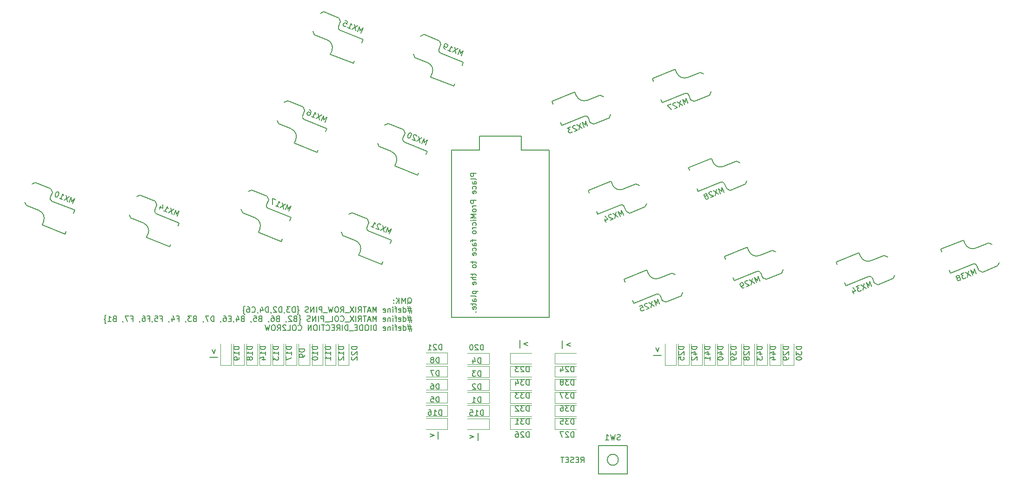
<source format=gbr>
G04 #@! TF.GenerationSoftware,KiCad,Pcbnew,(5.1.4)-1*
G04 #@! TF.CreationDate,2022-11-11T21:55:07-05:00*
G04 #@! TF.ProjectId,ThumbsUp,5468756d-6273-4557-902e-6b696361645f,rev?*
G04 #@! TF.SameCoordinates,Original*
G04 #@! TF.FileFunction,Legend,Bot*
G04 #@! TF.FilePolarity,Positive*
%FSLAX46Y46*%
G04 Gerber Fmt 4.6, Leading zero omitted, Abs format (unit mm)*
G04 Created by KiCad (PCBNEW (5.1.4)-1) date 2022-11-11 21:55:07*
%MOMM*%
%LPD*%
G04 APERTURE LIST*
%ADD10C,0.150000*%
%ADD11C,0.120000*%
G04 APERTURE END LIST*
D10*
X161472380Y-227909380D02*
X161805714Y-227433190D01*
X162043809Y-227909380D02*
X162043809Y-226909380D01*
X161662857Y-226909380D01*
X161567619Y-226957000D01*
X161520000Y-227004619D01*
X161472380Y-227099857D01*
X161472380Y-227242714D01*
X161520000Y-227337952D01*
X161567619Y-227385571D01*
X161662857Y-227433190D01*
X162043809Y-227433190D01*
X161043809Y-227385571D02*
X160710476Y-227385571D01*
X160567619Y-227909380D02*
X161043809Y-227909380D01*
X161043809Y-226909380D01*
X160567619Y-226909380D01*
X160186666Y-227861761D02*
X160043809Y-227909380D01*
X159805714Y-227909380D01*
X159710476Y-227861761D01*
X159662857Y-227814142D01*
X159615238Y-227718904D01*
X159615238Y-227623666D01*
X159662857Y-227528428D01*
X159710476Y-227480809D01*
X159805714Y-227433190D01*
X159996190Y-227385571D01*
X160091428Y-227337952D01*
X160139047Y-227290333D01*
X160186666Y-227195095D01*
X160186666Y-227099857D01*
X160139047Y-227004619D01*
X160091428Y-226957000D01*
X159996190Y-226909380D01*
X159758095Y-226909380D01*
X159615238Y-226957000D01*
X159186666Y-227385571D02*
X158853333Y-227385571D01*
X158710476Y-227909380D02*
X159186666Y-227909380D01*
X159186666Y-226909380D01*
X158710476Y-226909380D01*
X158424761Y-226909380D02*
X157853333Y-226909380D01*
X158139047Y-227909380D02*
X158139047Y-226909380D01*
X142732047Y-223924714D02*
X142732047Y-222496142D01*
X141255857Y-222924714D02*
X142017761Y-223210428D01*
X141255857Y-223496142D01*
X135493047Y-223670714D02*
X135493047Y-222242142D01*
X134016857Y-222670714D02*
X134778761Y-222956428D01*
X134016857Y-223242142D01*
X150383952Y-205589285D02*
X150383952Y-207017857D01*
X151860142Y-206589285D02*
X151098238Y-206303571D01*
X151860142Y-206017857D01*
X158130952Y-205716285D02*
X158130952Y-207144857D01*
X159607142Y-206716285D02*
X158845238Y-206430571D01*
X159607142Y-206144857D01*
X93956285Y-208772047D02*
X95384857Y-208772047D01*
X94956285Y-207295857D02*
X94670571Y-208057761D01*
X94384857Y-207295857D01*
X174728285Y-208391047D02*
X176156857Y-208391047D01*
X175728285Y-206914857D02*
X175442571Y-207676761D01*
X175156857Y-206914857D01*
X142438380Y-175213952D02*
X141438380Y-175213952D01*
X141438380Y-175594904D01*
X141486000Y-175690142D01*
X141533619Y-175737761D01*
X141628857Y-175785380D01*
X141771714Y-175785380D01*
X141866952Y-175737761D01*
X141914571Y-175690142D01*
X141962190Y-175594904D01*
X141962190Y-175213952D01*
X142438380Y-176356809D02*
X142390761Y-176261571D01*
X142295523Y-176213952D01*
X141438380Y-176213952D01*
X142438380Y-177166333D02*
X141914571Y-177166333D01*
X141819333Y-177118714D01*
X141771714Y-177023476D01*
X141771714Y-176833000D01*
X141819333Y-176737761D01*
X142390761Y-177166333D02*
X142438380Y-177071095D01*
X142438380Y-176833000D01*
X142390761Y-176737761D01*
X142295523Y-176690142D01*
X142200285Y-176690142D01*
X142105047Y-176737761D01*
X142057428Y-176833000D01*
X142057428Y-177071095D01*
X142009809Y-177166333D01*
X142390761Y-178071095D02*
X142438380Y-177975857D01*
X142438380Y-177785380D01*
X142390761Y-177690142D01*
X142343142Y-177642523D01*
X142247904Y-177594904D01*
X141962190Y-177594904D01*
X141866952Y-177642523D01*
X141819333Y-177690142D01*
X141771714Y-177785380D01*
X141771714Y-177975857D01*
X141819333Y-178071095D01*
X142390761Y-178880619D02*
X142438380Y-178785380D01*
X142438380Y-178594904D01*
X142390761Y-178499666D01*
X142295523Y-178452047D01*
X141914571Y-178452047D01*
X141819333Y-178499666D01*
X141771714Y-178594904D01*
X141771714Y-178785380D01*
X141819333Y-178880619D01*
X141914571Y-178928238D01*
X142009809Y-178928238D01*
X142105047Y-178452047D01*
X142438380Y-180118714D02*
X141438380Y-180118714D01*
X141438380Y-180499666D01*
X141486000Y-180594904D01*
X141533619Y-180642523D01*
X141628857Y-180690142D01*
X141771714Y-180690142D01*
X141866952Y-180642523D01*
X141914571Y-180594904D01*
X141962190Y-180499666D01*
X141962190Y-180118714D01*
X142438380Y-181118714D02*
X141771714Y-181118714D01*
X141962190Y-181118714D02*
X141866952Y-181166333D01*
X141819333Y-181213952D01*
X141771714Y-181309190D01*
X141771714Y-181404428D01*
X142438380Y-181880619D02*
X142390761Y-181785380D01*
X142343142Y-181737761D01*
X142247904Y-181690142D01*
X141962190Y-181690142D01*
X141866952Y-181737761D01*
X141819333Y-181785380D01*
X141771714Y-181880619D01*
X141771714Y-182023476D01*
X141819333Y-182118714D01*
X141866952Y-182166333D01*
X141962190Y-182213952D01*
X142247904Y-182213952D01*
X142343142Y-182166333D01*
X142390761Y-182118714D01*
X142438380Y-182023476D01*
X142438380Y-181880619D01*
X142438380Y-182642523D02*
X141438380Y-182642523D01*
X142152666Y-182975857D01*
X141438380Y-183309190D01*
X142438380Y-183309190D01*
X142438380Y-183785380D02*
X141771714Y-183785380D01*
X141438380Y-183785380D02*
X141486000Y-183737761D01*
X141533619Y-183785380D01*
X141486000Y-183833000D01*
X141438380Y-183785380D01*
X141533619Y-183785380D01*
X142390761Y-184690142D02*
X142438380Y-184594904D01*
X142438380Y-184404428D01*
X142390761Y-184309190D01*
X142343142Y-184261571D01*
X142247904Y-184213952D01*
X141962190Y-184213952D01*
X141866952Y-184261571D01*
X141819333Y-184309190D01*
X141771714Y-184404428D01*
X141771714Y-184594904D01*
X141819333Y-184690142D01*
X142438380Y-185118714D02*
X141771714Y-185118714D01*
X141962190Y-185118714D02*
X141866952Y-185166333D01*
X141819333Y-185213952D01*
X141771714Y-185309190D01*
X141771714Y-185404428D01*
X142438380Y-185880619D02*
X142390761Y-185785380D01*
X142343142Y-185737761D01*
X142247904Y-185690142D01*
X141962190Y-185690142D01*
X141866952Y-185737761D01*
X141819333Y-185785380D01*
X141771714Y-185880619D01*
X141771714Y-186023476D01*
X141819333Y-186118714D01*
X141866952Y-186166333D01*
X141962190Y-186213952D01*
X142247904Y-186213952D01*
X142343142Y-186166333D01*
X142390761Y-186118714D01*
X142438380Y-186023476D01*
X142438380Y-185880619D01*
X141771714Y-187261571D02*
X141771714Y-187642523D01*
X142438380Y-187404428D02*
X141581238Y-187404428D01*
X141486000Y-187452047D01*
X141438380Y-187547285D01*
X141438380Y-187642523D01*
X142438380Y-188404428D02*
X141914571Y-188404428D01*
X141819333Y-188356809D01*
X141771714Y-188261571D01*
X141771714Y-188071095D01*
X141819333Y-187975857D01*
X142390761Y-188404428D02*
X142438380Y-188309190D01*
X142438380Y-188071095D01*
X142390761Y-187975857D01*
X142295523Y-187928238D01*
X142200285Y-187928238D01*
X142105047Y-187975857D01*
X142057428Y-188071095D01*
X142057428Y-188309190D01*
X142009809Y-188404428D01*
X142390761Y-189309190D02*
X142438380Y-189213952D01*
X142438380Y-189023476D01*
X142390761Y-188928238D01*
X142343142Y-188880619D01*
X142247904Y-188833000D01*
X141962190Y-188833000D01*
X141866952Y-188880619D01*
X141819333Y-188928238D01*
X141771714Y-189023476D01*
X141771714Y-189213952D01*
X141819333Y-189309190D01*
X142390761Y-190118714D02*
X142438380Y-190023476D01*
X142438380Y-189833000D01*
X142390761Y-189737761D01*
X142295523Y-189690142D01*
X141914571Y-189690142D01*
X141819333Y-189737761D01*
X141771714Y-189833000D01*
X141771714Y-190023476D01*
X141819333Y-190118714D01*
X141914571Y-190166333D01*
X142009809Y-190166333D01*
X142105047Y-189690142D01*
X141771714Y-191213952D02*
X141771714Y-191594904D01*
X141438380Y-191356809D02*
X142295523Y-191356809D01*
X142390761Y-191404428D01*
X142438380Y-191499666D01*
X142438380Y-191594904D01*
X142438380Y-192071095D02*
X142390761Y-191975857D01*
X142343142Y-191928238D01*
X142247904Y-191880619D01*
X141962190Y-191880619D01*
X141866952Y-191928238D01*
X141819333Y-191975857D01*
X141771714Y-192071095D01*
X141771714Y-192213952D01*
X141819333Y-192309190D01*
X141866952Y-192356809D01*
X141962190Y-192404428D01*
X142247904Y-192404428D01*
X142343142Y-192356809D01*
X142390761Y-192309190D01*
X142438380Y-192213952D01*
X142438380Y-192071095D01*
X141771714Y-193452047D02*
X141771714Y-193833000D01*
X141438380Y-193594904D02*
X142295523Y-193594904D01*
X142390761Y-193642523D01*
X142438380Y-193737761D01*
X142438380Y-193833000D01*
X142438380Y-194166333D02*
X141438380Y-194166333D01*
X142438380Y-194594904D02*
X141914571Y-194594904D01*
X141819333Y-194547285D01*
X141771714Y-194452047D01*
X141771714Y-194309190D01*
X141819333Y-194213952D01*
X141866952Y-194166333D01*
X142390761Y-195452047D02*
X142438380Y-195356809D01*
X142438380Y-195166333D01*
X142390761Y-195071095D01*
X142295523Y-195023476D01*
X141914571Y-195023476D01*
X141819333Y-195071095D01*
X141771714Y-195166333D01*
X141771714Y-195356809D01*
X141819333Y-195452047D01*
X141914571Y-195499666D01*
X142009809Y-195499666D01*
X142105047Y-195023476D01*
X141771714Y-196690142D02*
X142771714Y-196690142D01*
X141819333Y-196690142D02*
X141771714Y-196785380D01*
X141771714Y-196975857D01*
X141819333Y-197071095D01*
X141866952Y-197118714D01*
X141962190Y-197166333D01*
X142247904Y-197166333D01*
X142343142Y-197118714D01*
X142390761Y-197071095D01*
X142438380Y-196975857D01*
X142438380Y-196785380D01*
X142390761Y-196690142D01*
X142438380Y-197737761D02*
X142390761Y-197642523D01*
X142295523Y-197594904D01*
X141438380Y-197594904D01*
X142438380Y-198547285D02*
X141914571Y-198547285D01*
X141819333Y-198499666D01*
X141771714Y-198404428D01*
X141771714Y-198213952D01*
X141819333Y-198118714D01*
X142390761Y-198547285D02*
X142438380Y-198452047D01*
X142438380Y-198213952D01*
X142390761Y-198118714D01*
X142295523Y-198071095D01*
X142200285Y-198071095D01*
X142105047Y-198118714D01*
X142057428Y-198213952D01*
X142057428Y-198452047D01*
X142009809Y-198547285D01*
X141771714Y-198880619D02*
X141771714Y-199261571D01*
X141438380Y-199023476D02*
X142295523Y-199023476D01*
X142390761Y-199071095D01*
X142438380Y-199166333D01*
X142438380Y-199261571D01*
X142390761Y-199975857D02*
X142438380Y-199880619D01*
X142438380Y-199690142D01*
X142390761Y-199594904D01*
X142295523Y-199547285D01*
X141914571Y-199547285D01*
X141819333Y-199594904D01*
X141771714Y-199690142D01*
X141771714Y-199880619D01*
X141819333Y-199975857D01*
X141914571Y-200023476D01*
X142009809Y-200023476D01*
X142105047Y-199547285D01*
X142343142Y-200452047D02*
X142390761Y-200499666D01*
X142438380Y-200452047D01*
X142390761Y-200404428D01*
X142343142Y-200452047D01*
X142438380Y-200452047D01*
X129934738Y-198986619D02*
X130029976Y-198939000D01*
X130125214Y-198843761D01*
X130268071Y-198700904D01*
X130363309Y-198653285D01*
X130458547Y-198653285D01*
X130410928Y-198891380D02*
X130506166Y-198843761D01*
X130601404Y-198748523D01*
X130649023Y-198558047D01*
X130649023Y-198224714D01*
X130601404Y-198034238D01*
X130506166Y-197939000D01*
X130410928Y-197891380D01*
X130220452Y-197891380D01*
X130125214Y-197939000D01*
X130029976Y-198034238D01*
X129982357Y-198224714D01*
X129982357Y-198558047D01*
X130029976Y-198748523D01*
X130125214Y-198843761D01*
X130220452Y-198891380D01*
X130410928Y-198891380D01*
X129553785Y-198891380D02*
X129553785Y-197891380D01*
X129220452Y-198605666D01*
X128887119Y-197891380D01*
X128887119Y-198891380D01*
X128410928Y-198891380D02*
X128410928Y-197891380D01*
X127839500Y-198891380D02*
X128268071Y-198319952D01*
X127839500Y-197891380D02*
X128410928Y-198462809D01*
X127410928Y-198796142D02*
X127363309Y-198843761D01*
X127410928Y-198891380D01*
X127458547Y-198843761D01*
X127410928Y-198796142D01*
X127410928Y-198891380D01*
X127410928Y-198272333D02*
X127363309Y-198319952D01*
X127410928Y-198367571D01*
X127458547Y-198319952D01*
X127410928Y-198272333D01*
X127410928Y-198367571D01*
X130649023Y-199874714D02*
X129934738Y-199874714D01*
X130363309Y-199446142D02*
X130649023Y-200731857D01*
X130029976Y-200303285D02*
X130744261Y-200303285D01*
X130315690Y-200731857D02*
X130029976Y-199446142D01*
X129172833Y-200541380D02*
X129172833Y-199541380D01*
X129172833Y-200493761D02*
X129268071Y-200541380D01*
X129458547Y-200541380D01*
X129553785Y-200493761D01*
X129601404Y-200446142D01*
X129649023Y-200350904D01*
X129649023Y-200065190D01*
X129601404Y-199969952D01*
X129553785Y-199922333D01*
X129458547Y-199874714D01*
X129268071Y-199874714D01*
X129172833Y-199922333D01*
X128315690Y-200493761D02*
X128410928Y-200541380D01*
X128601404Y-200541380D01*
X128696642Y-200493761D01*
X128744261Y-200398523D01*
X128744261Y-200017571D01*
X128696642Y-199922333D01*
X128601404Y-199874714D01*
X128410928Y-199874714D01*
X128315690Y-199922333D01*
X128268071Y-200017571D01*
X128268071Y-200112809D01*
X128744261Y-200208047D01*
X127982357Y-199874714D02*
X127601404Y-199874714D01*
X127839500Y-200541380D02*
X127839500Y-199684238D01*
X127791880Y-199589000D01*
X127696642Y-199541380D01*
X127601404Y-199541380D01*
X127268071Y-200541380D02*
X127268071Y-199874714D01*
X127268071Y-199541380D02*
X127315690Y-199589000D01*
X127268071Y-199636619D01*
X127220452Y-199589000D01*
X127268071Y-199541380D01*
X127268071Y-199636619D01*
X126791880Y-199874714D02*
X126791880Y-200541380D01*
X126791880Y-199969952D02*
X126744261Y-199922333D01*
X126649023Y-199874714D01*
X126506166Y-199874714D01*
X126410928Y-199922333D01*
X126363309Y-200017571D01*
X126363309Y-200541380D01*
X125506166Y-200493761D02*
X125601404Y-200541380D01*
X125791880Y-200541380D01*
X125887119Y-200493761D01*
X125934738Y-200398523D01*
X125934738Y-200017571D01*
X125887119Y-199922333D01*
X125791880Y-199874714D01*
X125601404Y-199874714D01*
X125506166Y-199922333D01*
X125458547Y-200017571D01*
X125458547Y-200112809D01*
X125934738Y-200208047D01*
X124268071Y-200541380D02*
X124268071Y-199541380D01*
X123934738Y-200255666D01*
X123601404Y-199541380D01*
X123601404Y-200541380D01*
X123172833Y-200255666D02*
X122696642Y-200255666D01*
X123268071Y-200541380D02*
X122934738Y-199541380D01*
X122601404Y-200541380D01*
X122410928Y-199541380D02*
X121839500Y-199541380D01*
X122125214Y-200541380D02*
X122125214Y-199541380D01*
X120934738Y-200541380D02*
X121268071Y-200065190D01*
X121506166Y-200541380D02*
X121506166Y-199541380D01*
X121125214Y-199541380D01*
X121029976Y-199589000D01*
X120982357Y-199636619D01*
X120934738Y-199731857D01*
X120934738Y-199874714D01*
X120982357Y-199969952D01*
X121029976Y-200017571D01*
X121125214Y-200065190D01*
X121506166Y-200065190D01*
X120506166Y-200541380D02*
X120506166Y-199541380D01*
X120125214Y-199541380D02*
X119458547Y-200541380D01*
X119458547Y-199541380D02*
X120125214Y-200541380D01*
X119315690Y-200636619D02*
X118553785Y-200636619D01*
X117744261Y-200541380D02*
X118077595Y-200065190D01*
X118315690Y-200541380D02*
X118315690Y-199541380D01*
X117934738Y-199541380D01*
X117839500Y-199589000D01*
X117791880Y-199636619D01*
X117744261Y-199731857D01*
X117744261Y-199874714D01*
X117791880Y-199969952D01*
X117839500Y-200017571D01*
X117934738Y-200065190D01*
X118315690Y-200065190D01*
X117125214Y-199541380D02*
X116934738Y-199541380D01*
X116839500Y-199589000D01*
X116744261Y-199684238D01*
X116696642Y-199874714D01*
X116696642Y-200208047D01*
X116744261Y-200398523D01*
X116839500Y-200493761D01*
X116934738Y-200541380D01*
X117125214Y-200541380D01*
X117220452Y-200493761D01*
X117315690Y-200398523D01*
X117363309Y-200208047D01*
X117363309Y-199874714D01*
X117315690Y-199684238D01*
X117220452Y-199589000D01*
X117125214Y-199541380D01*
X116363309Y-199541380D02*
X116125214Y-200541380D01*
X115934738Y-199827095D01*
X115744261Y-200541380D01*
X115506166Y-199541380D01*
X115363309Y-200636619D02*
X114601404Y-200636619D01*
X114363309Y-200541380D02*
X114363309Y-199541380D01*
X113982357Y-199541380D01*
X113887119Y-199589000D01*
X113839500Y-199636619D01*
X113791880Y-199731857D01*
X113791880Y-199874714D01*
X113839500Y-199969952D01*
X113887119Y-200017571D01*
X113982357Y-200065190D01*
X114363309Y-200065190D01*
X113363309Y-200541380D02*
X113363309Y-199541380D01*
X112887119Y-200541380D02*
X112887119Y-199541380D01*
X112315690Y-200541380D01*
X112315690Y-199541380D01*
X111887119Y-200493761D02*
X111744261Y-200541380D01*
X111506166Y-200541380D01*
X111410928Y-200493761D01*
X111363309Y-200446142D01*
X111315690Y-200350904D01*
X111315690Y-200255666D01*
X111363309Y-200160428D01*
X111410928Y-200112809D01*
X111506166Y-200065190D01*
X111696642Y-200017571D01*
X111791880Y-199969952D01*
X111839500Y-199922333D01*
X111887119Y-199827095D01*
X111887119Y-199731857D01*
X111839500Y-199636619D01*
X111791880Y-199589000D01*
X111696642Y-199541380D01*
X111458547Y-199541380D01*
X111315690Y-199589000D01*
X109839500Y-200922333D02*
X109887119Y-200922333D01*
X109982357Y-200874714D01*
X110029976Y-200779476D01*
X110029976Y-200303285D01*
X110077595Y-200208047D01*
X110172833Y-200160428D01*
X110077595Y-200112809D01*
X110029976Y-200017571D01*
X110029976Y-199541380D01*
X109982357Y-199446142D01*
X109887119Y-199398523D01*
X109839500Y-199398523D01*
X109458547Y-200541380D02*
X109458547Y-199541380D01*
X109220452Y-199541380D01*
X109077595Y-199589000D01*
X108982357Y-199684238D01*
X108934738Y-199779476D01*
X108887119Y-199969952D01*
X108887119Y-200112809D01*
X108934738Y-200303285D01*
X108982357Y-200398523D01*
X109077595Y-200493761D01*
X109220452Y-200541380D01*
X109458547Y-200541380D01*
X108553785Y-199541380D02*
X107934738Y-199541380D01*
X108268071Y-199922333D01*
X108125214Y-199922333D01*
X108029976Y-199969952D01*
X107982357Y-200017571D01*
X107934738Y-200112809D01*
X107934738Y-200350904D01*
X107982357Y-200446142D01*
X108029976Y-200493761D01*
X108125214Y-200541380D01*
X108410928Y-200541380D01*
X108506166Y-200493761D01*
X108553785Y-200446142D01*
X107458547Y-200493761D02*
X107458547Y-200541380D01*
X107506166Y-200636619D01*
X107553785Y-200684238D01*
X107029976Y-200541380D02*
X107029976Y-199541380D01*
X106791880Y-199541380D01*
X106649023Y-199589000D01*
X106553785Y-199684238D01*
X106506166Y-199779476D01*
X106458547Y-199969952D01*
X106458547Y-200112809D01*
X106506166Y-200303285D01*
X106553785Y-200398523D01*
X106649023Y-200493761D01*
X106791880Y-200541380D01*
X107029976Y-200541380D01*
X106077595Y-199636619D02*
X106029976Y-199589000D01*
X105934738Y-199541380D01*
X105696642Y-199541380D01*
X105601404Y-199589000D01*
X105553785Y-199636619D01*
X105506166Y-199731857D01*
X105506166Y-199827095D01*
X105553785Y-199969952D01*
X106125214Y-200541380D01*
X105506166Y-200541380D01*
X105029976Y-200493761D02*
X105029976Y-200541380D01*
X105077595Y-200636619D01*
X105125214Y-200684238D01*
X104601404Y-200541380D02*
X104601404Y-199541380D01*
X104363309Y-199541380D01*
X104220452Y-199589000D01*
X104125214Y-199684238D01*
X104077595Y-199779476D01*
X104029976Y-199969952D01*
X104029976Y-200112809D01*
X104077595Y-200303285D01*
X104125214Y-200398523D01*
X104220452Y-200493761D01*
X104363309Y-200541380D01*
X104601404Y-200541380D01*
X103172833Y-199874714D02*
X103172833Y-200541380D01*
X103410928Y-199493761D02*
X103649023Y-200208047D01*
X103029976Y-200208047D01*
X102601404Y-200493761D02*
X102601404Y-200541380D01*
X102649023Y-200636619D01*
X102696642Y-200684238D01*
X101601404Y-200446142D02*
X101649023Y-200493761D01*
X101791880Y-200541380D01*
X101887119Y-200541380D01*
X102029976Y-200493761D01*
X102125214Y-200398523D01*
X102172833Y-200303285D01*
X102220452Y-200112809D01*
X102220452Y-199969952D01*
X102172833Y-199779476D01*
X102125214Y-199684238D01*
X102029976Y-199589000D01*
X101887119Y-199541380D01*
X101791880Y-199541380D01*
X101649023Y-199589000D01*
X101601404Y-199636619D01*
X100744261Y-199541380D02*
X100934738Y-199541380D01*
X101029976Y-199589000D01*
X101077595Y-199636619D01*
X101172833Y-199779476D01*
X101220452Y-199969952D01*
X101220452Y-200350904D01*
X101172833Y-200446142D01*
X101125214Y-200493761D01*
X101029976Y-200541380D01*
X100839500Y-200541380D01*
X100744261Y-200493761D01*
X100696642Y-200446142D01*
X100649023Y-200350904D01*
X100649023Y-200112809D01*
X100696642Y-200017571D01*
X100744261Y-199969952D01*
X100839500Y-199922333D01*
X101029976Y-199922333D01*
X101125214Y-199969952D01*
X101172833Y-200017571D01*
X101220452Y-200112809D01*
X100315690Y-200922333D02*
X100268071Y-200922333D01*
X100172833Y-200874714D01*
X100125214Y-200779476D01*
X100125214Y-200303285D01*
X100077595Y-200208047D01*
X99982357Y-200160428D01*
X100077595Y-200112809D01*
X100125214Y-200017571D01*
X100125214Y-199541380D01*
X100172833Y-199446142D01*
X100268071Y-199398523D01*
X100315690Y-199398523D01*
X130649023Y-201524714D02*
X129934738Y-201524714D01*
X130363309Y-201096142D02*
X130649023Y-202381857D01*
X130029976Y-201953285D02*
X130744261Y-201953285D01*
X130315690Y-202381857D02*
X130029976Y-201096142D01*
X129172833Y-202191380D02*
X129172833Y-201191380D01*
X129172833Y-202143761D02*
X129268071Y-202191380D01*
X129458547Y-202191380D01*
X129553785Y-202143761D01*
X129601404Y-202096142D01*
X129649023Y-202000904D01*
X129649023Y-201715190D01*
X129601404Y-201619952D01*
X129553785Y-201572333D01*
X129458547Y-201524714D01*
X129268071Y-201524714D01*
X129172833Y-201572333D01*
X128315690Y-202143761D02*
X128410928Y-202191380D01*
X128601404Y-202191380D01*
X128696642Y-202143761D01*
X128744261Y-202048523D01*
X128744261Y-201667571D01*
X128696642Y-201572333D01*
X128601404Y-201524714D01*
X128410928Y-201524714D01*
X128315690Y-201572333D01*
X128268071Y-201667571D01*
X128268071Y-201762809D01*
X128744261Y-201858047D01*
X127982357Y-201524714D02*
X127601404Y-201524714D01*
X127839500Y-202191380D02*
X127839500Y-201334238D01*
X127791880Y-201239000D01*
X127696642Y-201191380D01*
X127601404Y-201191380D01*
X127268071Y-202191380D02*
X127268071Y-201524714D01*
X127268071Y-201191380D02*
X127315690Y-201239000D01*
X127268071Y-201286619D01*
X127220452Y-201239000D01*
X127268071Y-201191380D01*
X127268071Y-201286619D01*
X126791880Y-201524714D02*
X126791880Y-202191380D01*
X126791880Y-201619952D02*
X126744261Y-201572333D01*
X126649023Y-201524714D01*
X126506166Y-201524714D01*
X126410928Y-201572333D01*
X126363309Y-201667571D01*
X126363309Y-202191380D01*
X125506166Y-202143761D02*
X125601404Y-202191380D01*
X125791880Y-202191380D01*
X125887119Y-202143761D01*
X125934738Y-202048523D01*
X125934738Y-201667571D01*
X125887119Y-201572333D01*
X125791880Y-201524714D01*
X125601404Y-201524714D01*
X125506166Y-201572333D01*
X125458547Y-201667571D01*
X125458547Y-201762809D01*
X125934738Y-201858047D01*
X124268071Y-202191380D02*
X124268071Y-201191380D01*
X123934738Y-201905666D01*
X123601404Y-201191380D01*
X123601404Y-202191380D01*
X123172833Y-201905666D02*
X122696642Y-201905666D01*
X123268071Y-202191380D02*
X122934738Y-201191380D01*
X122601404Y-202191380D01*
X122410928Y-201191380D02*
X121839500Y-201191380D01*
X122125214Y-202191380D02*
X122125214Y-201191380D01*
X120934738Y-202191380D02*
X121268071Y-201715190D01*
X121506166Y-202191380D02*
X121506166Y-201191380D01*
X121125214Y-201191380D01*
X121029976Y-201239000D01*
X120982357Y-201286619D01*
X120934738Y-201381857D01*
X120934738Y-201524714D01*
X120982357Y-201619952D01*
X121029976Y-201667571D01*
X121125214Y-201715190D01*
X121506166Y-201715190D01*
X120506166Y-202191380D02*
X120506166Y-201191380D01*
X120125214Y-201191380D02*
X119458547Y-202191380D01*
X119458547Y-201191380D02*
X120125214Y-202191380D01*
X119315690Y-202286619D02*
X118553785Y-202286619D01*
X117744261Y-202096142D02*
X117791880Y-202143761D01*
X117934738Y-202191380D01*
X118029976Y-202191380D01*
X118172833Y-202143761D01*
X118268071Y-202048523D01*
X118315690Y-201953285D01*
X118363309Y-201762809D01*
X118363309Y-201619952D01*
X118315690Y-201429476D01*
X118268071Y-201334238D01*
X118172833Y-201239000D01*
X118029976Y-201191380D01*
X117934738Y-201191380D01*
X117791880Y-201239000D01*
X117744261Y-201286619D01*
X117125214Y-201191380D02*
X116934738Y-201191380D01*
X116839500Y-201239000D01*
X116744261Y-201334238D01*
X116696642Y-201524714D01*
X116696642Y-201858047D01*
X116744261Y-202048523D01*
X116839500Y-202143761D01*
X116934738Y-202191380D01*
X117125214Y-202191380D01*
X117220452Y-202143761D01*
X117315690Y-202048523D01*
X117363309Y-201858047D01*
X117363309Y-201524714D01*
X117315690Y-201334238D01*
X117220452Y-201239000D01*
X117125214Y-201191380D01*
X115791880Y-202191380D02*
X116268071Y-202191380D01*
X116268071Y-201191380D01*
X115696642Y-202286619D02*
X114934738Y-202286619D01*
X114696642Y-202191380D02*
X114696642Y-201191380D01*
X114315690Y-201191380D01*
X114220452Y-201239000D01*
X114172833Y-201286619D01*
X114125214Y-201381857D01*
X114125214Y-201524714D01*
X114172833Y-201619952D01*
X114220452Y-201667571D01*
X114315690Y-201715190D01*
X114696642Y-201715190D01*
X113696642Y-202191380D02*
X113696642Y-201191380D01*
X113220452Y-202191380D02*
X113220452Y-201191380D01*
X112649023Y-202191380D01*
X112649023Y-201191380D01*
X112220452Y-202143761D02*
X112077595Y-202191380D01*
X111839500Y-202191380D01*
X111744261Y-202143761D01*
X111696642Y-202096142D01*
X111649023Y-202000904D01*
X111649023Y-201905666D01*
X111696642Y-201810428D01*
X111744261Y-201762809D01*
X111839500Y-201715190D01*
X112029976Y-201667571D01*
X112125214Y-201619952D01*
X112172833Y-201572333D01*
X112220452Y-201477095D01*
X112220452Y-201381857D01*
X112172833Y-201286619D01*
X112125214Y-201239000D01*
X112029976Y-201191380D01*
X111791880Y-201191380D01*
X111649023Y-201239000D01*
X110172833Y-202572333D02*
X110220452Y-202572333D01*
X110315690Y-202524714D01*
X110363309Y-202429476D01*
X110363309Y-201953285D01*
X110410928Y-201858047D01*
X110506166Y-201810428D01*
X110410928Y-201762809D01*
X110363309Y-201667571D01*
X110363309Y-201191380D01*
X110315690Y-201096142D01*
X110220452Y-201048523D01*
X110172833Y-201048523D01*
X109458547Y-201667571D02*
X109315690Y-201715190D01*
X109268071Y-201762809D01*
X109220452Y-201858047D01*
X109220452Y-202000904D01*
X109268071Y-202096142D01*
X109315690Y-202143761D01*
X109410928Y-202191380D01*
X109791880Y-202191380D01*
X109791880Y-201191380D01*
X109458547Y-201191380D01*
X109363309Y-201239000D01*
X109315690Y-201286619D01*
X109268071Y-201381857D01*
X109268071Y-201477095D01*
X109315690Y-201572333D01*
X109363309Y-201619952D01*
X109458547Y-201667571D01*
X109791880Y-201667571D01*
X108839500Y-201286619D02*
X108791880Y-201239000D01*
X108696642Y-201191380D01*
X108458547Y-201191380D01*
X108363309Y-201239000D01*
X108315690Y-201286619D01*
X108268071Y-201381857D01*
X108268071Y-201477095D01*
X108315690Y-201619952D01*
X108887119Y-202191380D01*
X108268071Y-202191380D01*
X107791880Y-202143761D02*
X107791880Y-202191380D01*
X107839500Y-202286619D01*
X107887119Y-202334238D01*
X106268071Y-201667571D02*
X106125214Y-201715190D01*
X106077595Y-201762809D01*
X106029976Y-201858047D01*
X106029976Y-202000904D01*
X106077595Y-202096142D01*
X106125214Y-202143761D01*
X106220452Y-202191380D01*
X106601404Y-202191380D01*
X106601404Y-201191380D01*
X106268071Y-201191380D01*
X106172833Y-201239000D01*
X106125214Y-201286619D01*
X106077595Y-201381857D01*
X106077595Y-201477095D01*
X106125214Y-201572333D01*
X106172833Y-201619952D01*
X106268071Y-201667571D01*
X106601404Y-201667571D01*
X105172833Y-201191380D02*
X105363309Y-201191380D01*
X105458547Y-201239000D01*
X105506166Y-201286619D01*
X105601404Y-201429476D01*
X105649023Y-201619952D01*
X105649023Y-202000904D01*
X105601404Y-202096142D01*
X105553785Y-202143761D01*
X105458547Y-202191380D01*
X105268071Y-202191380D01*
X105172833Y-202143761D01*
X105125214Y-202096142D01*
X105077595Y-202000904D01*
X105077595Y-201762809D01*
X105125214Y-201667571D01*
X105172833Y-201619952D01*
X105268071Y-201572333D01*
X105458547Y-201572333D01*
X105553785Y-201619952D01*
X105601404Y-201667571D01*
X105649023Y-201762809D01*
X104601404Y-202143761D02*
X104601404Y-202191380D01*
X104649023Y-202286619D01*
X104696642Y-202334238D01*
X103077595Y-201667571D02*
X102934738Y-201715190D01*
X102887119Y-201762809D01*
X102839500Y-201858047D01*
X102839500Y-202000904D01*
X102887119Y-202096142D01*
X102934738Y-202143761D01*
X103029976Y-202191380D01*
X103410928Y-202191380D01*
X103410928Y-201191380D01*
X103077595Y-201191380D01*
X102982357Y-201239000D01*
X102934738Y-201286619D01*
X102887119Y-201381857D01*
X102887119Y-201477095D01*
X102934738Y-201572333D01*
X102982357Y-201619952D01*
X103077595Y-201667571D01*
X103410928Y-201667571D01*
X101934738Y-201191380D02*
X102410928Y-201191380D01*
X102458547Y-201667571D01*
X102410928Y-201619952D01*
X102315690Y-201572333D01*
X102077595Y-201572333D01*
X101982357Y-201619952D01*
X101934738Y-201667571D01*
X101887119Y-201762809D01*
X101887119Y-202000904D01*
X101934738Y-202096142D01*
X101982357Y-202143761D01*
X102077595Y-202191380D01*
X102315690Y-202191380D01*
X102410928Y-202143761D01*
X102458547Y-202096142D01*
X101410928Y-202143761D02*
X101410928Y-202191380D01*
X101458547Y-202286619D01*
X101506166Y-202334238D01*
X99887119Y-201667571D02*
X99744261Y-201715190D01*
X99696642Y-201762809D01*
X99649023Y-201858047D01*
X99649023Y-202000904D01*
X99696642Y-202096142D01*
X99744261Y-202143761D01*
X99839500Y-202191380D01*
X100220452Y-202191380D01*
X100220452Y-201191380D01*
X99887119Y-201191380D01*
X99791880Y-201239000D01*
X99744261Y-201286619D01*
X99696642Y-201381857D01*
X99696642Y-201477095D01*
X99744261Y-201572333D01*
X99791880Y-201619952D01*
X99887119Y-201667571D01*
X100220452Y-201667571D01*
X98791880Y-201524714D02*
X98791880Y-202191380D01*
X99029976Y-201143761D02*
X99268071Y-201858047D01*
X98649023Y-201858047D01*
X98220452Y-202143761D02*
X98220452Y-202191380D01*
X98268071Y-202286619D01*
X98315690Y-202334238D01*
X97791880Y-201667571D02*
X97458547Y-201667571D01*
X97315690Y-202191380D02*
X97791880Y-202191380D01*
X97791880Y-201191380D01*
X97315690Y-201191380D01*
X96458547Y-201191380D02*
X96649023Y-201191380D01*
X96744261Y-201239000D01*
X96791880Y-201286619D01*
X96887119Y-201429476D01*
X96934738Y-201619952D01*
X96934738Y-202000904D01*
X96887119Y-202096142D01*
X96839500Y-202143761D01*
X96744261Y-202191380D01*
X96553785Y-202191380D01*
X96458547Y-202143761D01*
X96410928Y-202096142D01*
X96363309Y-202000904D01*
X96363309Y-201762809D01*
X96410928Y-201667571D01*
X96458547Y-201619952D01*
X96553785Y-201572333D01*
X96744261Y-201572333D01*
X96839500Y-201619952D01*
X96887119Y-201667571D01*
X96934738Y-201762809D01*
X95887119Y-202143761D02*
X95887119Y-202191380D01*
X95934738Y-202286619D01*
X95982357Y-202334238D01*
X94696642Y-202191380D02*
X94696642Y-201191380D01*
X94458547Y-201191380D01*
X94315690Y-201239000D01*
X94220452Y-201334238D01*
X94172833Y-201429476D01*
X94125214Y-201619952D01*
X94125214Y-201762809D01*
X94172833Y-201953285D01*
X94220452Y-202048523D01*
X94315690Y-202143761D01*
X94458547Y-202191380D01*
X94696642Y-202191380D01*
X93791880Y-201191380D02*
X93125214Y-201191380D01*
X93553785Y-202191380D01*
X92696642Y-202143761D02*
X92696642Y-202191380D01*
X92744261Y-202286619D01*
X92791880Y-202334238D01*
X91172833Y-201667571D02*
X91029976Y-201715190D01*
X90982357Y-201762809D01*
X90934738Y-201858047D01*
X90934738Y-202000904D01*
X90982357Y-202096142D01*
X91029976Y-202143761D01*
X91125214Y-202191380D01*
X91506166Y-202191380D01*
X91506166Y-201191380D01*
X91172833Y-201191380D01*
X91077595Y-201239000D01*
X91029976Y-201286619D01*
X90982357Y-201381857D01*
X90982357Y-201477095D01*
X91029976Y-201572333D01*
X91077595Y-201619952D01*
X91172833Y-201667571D01*
X91506166Y-201667571D01*
X90601404Y-201191380D02*
X89982357Y-201191380D01*
X90315690Y-201572333D01*
X90172833Y-201572333D01*
X90077595Y-201619952D01*
X90029976Y-201667571D01*
X89982357Y-201762809D01*
X89982357Y-202000904D01*
X90029976Y-202096142D01*
X90077595Y-202143761D01*
X90172833Y-202191380D01*
X90458547Y-202191380D01*
X90553785Y-202143761D01*
X90601404Y-202096142D01*
X89506166Y-202143761D02*
X89506166Y-202191380D01*
X89553785Y-202286619D01*
X89601404Y-202334238D01*
X87982357Y-201667571D02*
X88315690Y-201667571D01*
X88315690Y-202191380D02*
X88315690Y-201191380D01*
X87839500Y-201191380D01*
X87029976Y-201524714D02*
X87029976Y-202191380D01*
X87268071Y-201143761D02*
X87506166Y-201858047D01*
X86887119Y-201858047D01*
X86458547Y-202143761D02*
X86458547Y-202191380D01*
X86506166Y-202286619D01*
X86553785Y-202334238D01*
X84934738Y-201667571D02*
X85268071Y-201667571D01*
X85268071Y-202191380D02*
X85268071Y-201191380D01*
X84791880Y-201191380D01*
X83934738Y-201191380D02*
X84410928Y-201191380D01*
X84458547Y-201667571D01*
X84410928Y-201619952D01*
X84315690Y-201572333D01*
X84077595Y-201572333D01*
X83982357Y-201619952D01*
X83934738Y-201667571D01*
X83887119Y-201762809D01*
X83887119Y-202000904D01*
X83934738Y-202096142D01*
X83982357Y-202143761D01*
X84077595Y-202191380D01*
X84315690Y-202191380D01*
X84410928Y-202143761D01*
X84458547Y-202096142D01*
X83410928Y-202143761D02*
X83410928Y-202191380D01*
X83458547Y-202286619D01*
X83506166Y-202334238D01*
X82649023Y-201667571D02*
X82982357Y-201667571D01*
X82982357Y-202191380D02*
X82982357Y-201191380D01*
X82506166Y-201191380D01*
X81696642Y-201191380D02*
X81887119Y-201191380D01*
X81982357Y-201239000D01*
X82029976Y-201286619D01*
X82125214Y-201429476D01*
X82172833Y-201619952D01*
X82172833Y-202000904D01*
X82125214Y-202096142D01*
X82077595Y-202143761D01*
X81982357Y-202191380D01*
X81791880Y-202191380D01*
X81696642Y-202143761D01*
X81649023Y-202096142D01*
X81601404Y-202000904D01*
X81601404Y-201762809D01*
X81649023Y-201667571D01*
X81696642Y-201619952D01*
X81791880Y-201572333D01*
X81982357Y-201572333D01*
X82077595Y-201619952D01*
X82125214Y-201667571D01*
X82172833Y-201762809D01*
X81125214Y-202143761D02*
X81125214Y-202191380D01*
X81172833Y-202286619D01*
X81220452Y-202334238D01*
X79601404Y-201667571D02*
X79934738Y-201667571D01*
X79934738Y-202191380D02*
X79934738Y-201191380D01*
X79458547Y-201191380D01*
X79172833Y-201191380D02*
X78506166Y-201191380D01*
X78934738Y-202191380D01*
X78077595Y-202143761D02*
X78077595Y-202191380D01*
X78125214Y-202286619D01*
X78172833Y-202334238D01*
X76553785Y-201667571D02*
X76410928Y-201715190D01*
X76363309Y-201762809D01*
X76315690Y-201858047D01*
X76315690Y-202000904D01*
X76363309Y-202096142D01*
X76410928Y-202143761D01*
X76506166Y-202191380D01*
X76887119Y-202191380D01*
X76887119Y-201191380D01*
X76553785Y-201191380D01*
X76458547Y-201239000D01*
X76410928Y-201286619D01*
X76363309Y-201381857D01*
X76363309Y-201477095D01*
X76410928Y-201572333D01*
X76458547Y-201619952D01*
X76553785Y-201667571D01*
X76887119Y-201667571D01*
X75363309Y-202191380D02*
X75934738Y-202191380D01*
X75649023Y-202191380D02*
X75649023Y-201191380D01*
X75744261Y-201334238D01*
X75839500Y-201429476D01*
X75934738Y-201477095D01*
X75029976Y-202572333D02*
X74982357Y-202572333D01*
X74887119Y-202524714D01*
X74839500Y-202429476D01*
X74839500Y-201953285D01*
X74791880Y-201858047D01*
X74696642Y-201810428D01*
X74791880Y-201762809D01*
X74839500Y-201667571D01*
X74839500Y-201191380D01*
X74887119Y-201096142D01*
X74982357Y-201048523D01*
X75029976Y-201048523D01*
X130649023Y-203174714D02*
X129934738Y-203174714D01*
X130363309Y-202746142D02*
X130649023Y-204031857D01*
X130029976Y-203603285D02*
X130744261Y-203603285D01*
X130315690Y-204031857D02*
X130029976Y-202746142D01*
X129172833Y-203841380D02*
X129172833Y-202841380D01*
X129172833Y-203793761D02*
X129268071Y-203841380D01*
X129458547Y-203841380D01*
X129553785Y-203793761D01*
X129601404Y-203746142D01*
X129649023Y-203650904D01*
X129649023Y-203365190D01*
X129601404Y-203269952D01*
X129553785Y-203222333D01*
X129458547Y-203174714D01*
X129268071Y-203174714D01*
X129172833Y-203222333D01*
X128315690Y-203793761D02*
X128410928Y-203841380D01*
X128601404Y-203841380D01*
X128696642Y-203793761D01*
X128744261Y-203698523D01*
X128744261Y-203317571D01*
X128696642Y-203222333D01*
X128601404Y-203174714D01*
X128410928Y-203174714D01*
X128315690Y-203222333D01*
X128268071Y-203317571D01*
X128268071Y-203412809D01*
X128744261Y-203508047D01*
X127982357Y-203174714D02*
X127601404Y-203174714D01*
X127839500Y-203841380D02*
X127839500Y-202984238D01*
X127791880Y-202889000D01*
X127696642Y-202841380D01*
X127601404Y-202841380D01*
X127268071Y-203841380D02*
X127268071Y-203174714D01*
X127268071Y-202841380D02*
X127315690Y-202889000D01*
X127268071Y-202936619D01*
X127220452Y-202889000D01*
X127268071Y-202841380D01*
X127268071Y-202936619D01*
X126791880Y-203174714D02*
X126791880Y-203841380D01*
X126791880Y-203269952D02*
X126744261Y-203222333D01*
X126649023Y-203174714D01*
X126506166Y-203174714D01*
X126410928Y-203222333D01*
X126363309Y-203317571D01*
X126363309Y-203841380D01*
X125506166Y-203793761D02*
X125601404Y-203841380D01*
X125791880Y-203841380D01*
X125887119Y-203793761D01*
X125934738Y-203698523D01*
X125934738Y-203317571D01*
X125887119Y-203222333D01*
X125791880Y-203174714D01*
X125601404Y-203174714D01*
X125506166Y-203222333D01*
X125458547Y-203317571D01*
X125458547Y-203412809D01*
X125934738Y-203508047D01*
X124268071Y-203841380D02*
X124268071Y-202841380D01*
X124029976Y-202841380D01*
X123887119Y-202889000D01*
X123791880Y-202984238D01*
X123744261Y-203079476D01*
X123696642Y-203269952D01*
X123696642Y-203412809D01*
X123744261Y-203603285D01*
X123791880Y-203698523D01*
X123887119Y-203793761D01*
X124029976Y-203841380D01*
X124268071Y-203841380D01*
X123268071Y-203841380D02*
X123268071Y-202841380D01*
X122601404Y-202841380D02*
X122410928Y-202841380D01*
X122315690Y-202889000D01*
X122220452Y-202984238D01*
X122172833Y-203174714D01*
X122172833Y-203508047D01*
X122220452Y-203698523D01*
X122315690Y-203793761D01*
X122410928Y-203841380D01*
X122601404Y-203841380D01*
X122696642Y-203793761D01*
X122791880Y-203698523D01*
X122839500Y-203508047D01*
X122839500Y-203174714D01*
X122791880Y-202984238D01*
X122696642Y-202889000D01*
X122601404Y-202841380D01*
X121744261Y-203841380D02*
X121744261Y-202841380D01*
X121506166Y-202841380D01*
X121363309Y-202889000D01*
X121268071Y-202984238D01*
X121220452Y-203079476D01*
X121172833Y-203269952D01*
X121172833Y-203412809D01*
X121220452Y-203603285D01*
X121268071Y-203698523D01*
X121363309Y-203793761D01*
X121506166Y-203841380D01*
X121744261Y-203841380D01*
X120744261Y-203317571D02*
X120410928Y-203317571D01*
X120268071Y-203841380D02*
X120744261Y-203841380D01*
X120744261Y-202841380D01*
X120268071Y-202841380D01*
X120077595Y-203936619D02*
X119315690Y-203936619D01*
X119077595Y-203841380D02*
X119077595Y-202841380D01*
X118839500Y-202841380D01*
X118696642Y-202889000D01*
X118601404Y-202984238D01*
X118553785Y-203079476D01*
X118506166Y-203269952D01*
X118506166Y-203412809D01*
X118553785Y-203603285D01*
X118601404Y-203698523D01*
X118696642Y-203793761D01*
X118839500Y-203841380D01*
X119077595Y-203841380D01*
X118077595Y-203841380D02*
X118077595Y-202841380D01*
X117029976Y-203841380D02*
X117363309Y-203365190D01*
X117601404Y-203841380D02*
X117601404Y-202841380D01*
X117220452Y-202841380D01*
X117125214Y-202889000D01*
X117077595Y-202936619D01*
X117029976Y-203031857D01*
X117029976Y-203174714D01*
X117077595Y-203269952D01*
X117125214Y-203317571D01*
X117220452Y-203365190D01*
X117601404Y-203365190D01*
X116601404Y-203317571D02*
X116268071Y-203317571D01*
X116125214Y-203841380D02*
X116601404Y-203841380D01*
X116601404Y-202841380D01*
X116125214Y-202841380D01*
X115125214Y-203746142D02*
X115172833Y-203793761D01*
X115315690Y-203841380D01*
X115410928Y-203841380D01*
X115553785Y-203793761D01*
X115649023Y-203698523D01*
X115696642Y-203603285D01*
X115744261Y-203412809D01*
X115744261Y-203269952D01*
X115696642Y-203079476D01*
X115649023Y-202984238D01*
X115553785Y-202889000D01*
X115410928Y-202841380D01*
X115315690Y-202841380D01*
X115172833Y-202889000D01*
X115125214Y-202936619D01*
X114839500Y-202841380D02*
X114268071Y-202841380D01*
X114553785Y-203841380D02*
X114553785Y-202841380D01*
X113934738Y-203841380D02*
X113934738Y-202841380D01*
X113268071Y-202841380D02*
X113077595Y-202841380D01*
X112982357Y-202889000D01*
X112887119Y-202984238D01*
X112839500Y-203174714D01*
X112839500Y-203508047D01*
X112887119Y-203698523D01*
X112982357Y-203793761D01*
X113077595Y-203841380D01*
X113268071Y-203841380D01*
X113363309Y-203793761D01*
X113458547Y-203698523D01*
X113506166Y-203508047D01*
X113506166Y-203174714D01*
X113458547Y-202984238D01*
X113363309Y-202889000D01*
X113268071Y-202841380D01*
X112410928Y-203841380D02*
X112410928Y-202841380D01*
X111839500Y-203841380D01*
X111839500Y-202841380D01*
X110029976Y-203746142D02*
X110077595Y-203793761D01*
X110220452Y-203841380D01*
X110315690Y-203841380D01*
X110458547Y-203793761D01*
X110553785Y-203698523D01*
X110601404Y-203603285D01*
X110649023Y-203412809D01*
X110649023Y-203269952D01*
X110601404Y-203079476D01*
X110553785Y-202984238D01*
X110458547Y-202889000D01*
X110315690Y-202841380D01*
X110220452Y-202841380D01*
X110077595Y-202889000D01*
X110029976Y-202936619D01*
X109410928Y-202841380D02*
X109220452Y-202841380D01*
X109125214Y-202889000D01*
X109029976Y-202984238D01*
X108982357Y-203174714D01*
X108982357Y-203508047D01*
X109029976Y-203698523D01*
X109125214Y-203793761D01*
X109220452Y-203841380D01*
X109410928Y-203841380D01*
X109506166Y-203793761D01*
X109601404Y-203698523D01*
X109649023Y-203508047D01*
X109649023Y-203174714D01*
X109601404Y-202984238D01*
X109506166Y-202889000D01*
X109410928Y-202841380D01*
X108077595Y-203841380D02*
X108553785Y-203841380D01*
X108553785Y-202841380D01*
X107791880Y-202936619D02*
X107744261Y-202889000D01*
X107649023Y-202841380D01*
X107410928Y-202841380D01*
X107315690Y-202889000D01*
X107268071Y-202936619D01*
X107220452Y-203031857D01*
X107220452Y-203127095D01*
X107268071Y-203269952D01*
X107839500Y-203841380D01*
X107220452Y-203841380D01*
X106220452Y-203841380D02*
X106553785Y-203365190D01*
X106791880Y-203841380D02*
X106791880Y-202841380D01*
X106410928Y-202841380D01*
X106315690Y-202889000D01*
X106268071Y-202936619D01*
X106220452Y-203031857D01*
X106220452Y-203174714D01*
X106268071Y-203269952D01*
X106315690Y-203317571D01*
X106410928Y-203365190D01*
X106791880Y-203365190D01*
X105601404Y-202841380D02*
X105410928Y-202841380D01*
X105315690Y-202889000D01*
X105220452Y-202984238D01*
X105172833Y-203174714D01*
X105172833Y-203508047D01*
X105220452Y-203698523D01*
X105315690Y-203793761D01*
X105410928Y-203841380D01*
X105601404Y-203841380D01*
X105696642Y-203793761D01*
X105791880Y-203698523D01*
X105839500Y-203508047D01*
X105839500Y-203174714D01*
X105791880Y-202984238D01*
X105696642Y-202889000D01*
X105601404Y-202841380D01*
X104839500Y-202841380D02*
X104601404Y-203841380D01*
X104410928Y-203127095D01*
X104220452Y-203841380D01*
X103982357Y-202841380D01*
X164711000Y-230002000D02*
X169911000Y-230002000D01*
X169911000Y-230002000D02*
X169911000Y-224802000D01*
X169911000Y-224802000D02*
X164711000Y-224802000D01*
X164711000Y-224802000D02*
X164711000Y-230002000D01*
X168311000Y-227402000D02*
G75*
G03X168311000Y-227402000I-1000000J0D01*
G01*
X155702000Y-170942000D02*
X155702000Y-201422000D01*
X150622000Y-170942000D02*
X155702000Y-170942000D01*
X150622000Y-168402000D02*
X150622000Y-170942000D01*
X143002000Y-168402000D02*
X150622000Y-168402000D01*
X143002000Y-170942000D02*
X143002000Y-168402000D01*
X137922000Y-170942000D02*
X143002000Y-170942000D01*
X137922000Y-201422000D02*
X137922000Y-170942000D01*
X155702000Y-201422000D02*
X137922000Y-201422000D01*
X231427677Y-188009842D02*
X231165452Y-187360813D01*
X231165452Y-187360813D02*
X226993125Y-189046543D01*
X233380363Y-188838708D02*
G75*
G02X231427677Y-188009842I-561910J1390776D01*
G01*
X234602500Y-193198338D02*
X233951605Y-192922050D01*
X233576998Y-191994866D02*
X233951605Y-192922050D01*
X228753776Y-193404307D02*
X232926103Y-191718577D01*
X236349217Y-188178480D02*
X235698322Y-187902191D01*
X228529012Y-192847997D02*
X228753776Y-193404307D01*
X235698322Y-187902191D02*
X233380363Y-188838708D01*
X237660340Y-191423623D02*
X237384052Y-192074519D01*
X237384052Y-192074519D02*
X234602500Y-193198338D01*
X232926104Y-191718578D02*
G75*
G02X233576998Y-191994866I187303J-463591D01*
G01*
X226993125Y-189046543D02*
X227180428Y-189510135D01*
X178953455Y-156901869D02*
X178691230Y-156252840D01*
X178691230Y-156252840D02*
X174518903Y-157938570D01*
X180906141Y-157730735D02*
G75*
G02X178953455Y-156901869I-561910J1390776D01*
G01*
X182128278Y-162090365D02*
X181477383Y-161814077D01*
X181102776Y-160886893D02*
X181477383Y-161814077D01*
X176279554Y-162296334D02*
X180451881Y-160610604D01*
X183874995Y-157070507D02*
X183224100Y-156794218D01*
X176054790Y-161740024D02*
X176279554Y-162296334D01*
X183224100Y-156794218D02*
X180906141Y-157730735D01*
X185186118Y-160315650D02*
X184909830Y-160966546D01*
X184909830Y-160966546D02*
X182128278Y-162090365D01*
X180451882Y-160610605D02*
G75*
G02X181102776Y-160886893I187303J-463591D01*
G01*
X174518903Y-157938570D02*
X174706206Y-158402162D01*
X185509070Y-173127586D02*
X185246845Y-172478557D01*
X185246845Y-172478557D02*
X181074518Y-174164287D01*
X187461756Y-173956452D02*
G75*
G02X185509070Y-173127586I-561910J1390776D01*
G01*
X188683893Y-178316082D02*
X188032998Y-178039794D01*
X187658391Y-177112610D02*
X188032998Y-178039794D01*
X182835169Y-178522051D02*
X187007496Y-176836321D01*
X190430610Y-173296224D02*
X189779715Y-173019935D01*
X182610405Y-177965741D02*
X182835169Y-178522051D01*
X189779715Y-173019935D02*
X187461756Y-173956452D01*
X191741733Y-176541367D02*
X191465445Y-177192263D01*
X191465445Y-177192263D02*
X188683893Y-178316082D01*
X187007497Y-176836322D02*
G75*
G02X187658391Y-177112610I187303J-463591D01*
G01*
X181074518Y-174164287D02*
X181261821Y-174627879D01*
X192064685Y-189353304D02*
X191802460Y-188704275D01*
X191802460Y-188704275D02*
X187630133Y-190390005D01*
X194017371Y-190182170D02*
G75*
G02X192064685Y-189353304I-561910J1390776D01*
G01*
X195239508Y-194541800D02*
X194588613Y-194265512D01*
X194214006Y-193338328D02*
X194588613Y-194265512D01*
X189390784Y-194747769D02*
X193563111Y-193062039D01*
X196986225Y-189521942D02*
X196335330Y-189245653D01*
X189166020Y-194191459D02*
X189390784Y-194747769D01*
X196335330Y-189245653D02*
X194017371Y-190182170D01*
X198297348Y-192767085D02*
X198021060Y-193417981D01*
X198021060Y-193417981D02*
X195239508Y-194541800D01*
X193563112Y-193062040D02*
G75*
G02X194214006Y-193338328I187303J-463591D01*
G01*
X187630133Y-190390005D02*
X187817436Y-190853597D01*
X212401743Y-190304145D02*
X212139518Y-189655116D01*
X212139518Y-189655116D02*
X207967191Y-191340846D01*
X214354429Y-191133011D02*
G75*
G02X212401743Y-190304145I-561910J1390776D01*
G01*
X215576566Y-195492641D02*
X214925671Y-195216353D01*
X214551064Y-194289169D02*
X214925671Y-195216353D01*
X209727842Y-195698610D02*
X213900169Y-194012880D01*
X217323283Y-190472783D02*
X216672388Y-190196494D01*
X209503078Y-195142300D02*
X209727842Y-195698610D01*
X216672388Y-190196494D02*
X214354429Y-191133011D01*
X218634406Y-193717926D02*
X218358118Y-194368822D01*
X218358118Y-194368822D02*
X215576566Y-195492641D01*
X213900170Y-194012881D02*
G75*
G02X214551064Y-194289169I187303J-463591D01*
G01*
X207967191Y-191340846D02*
X208154494Y-191804438D01*
X116147317Y-152845686D02*
X115885093Y-153494715D01*
X115885093Y-153494715D02*
X120057420Y-155180444D01*
X115318451Y-150893000D02*
G75*
G02X116147317Y-152845686I-561910J-1390776D01*
G01*
X117467773Y-146907976D02*
X117744061Y-147558872D01*
X117369455Y-148486055D02*
X117744061Y-147558872D01*
X121818071Y-150822680D02*
X117645744Y-149136951D01*
X112724203Y-149305589D02*
X113000492Y-149956484D01*
X121593307Y-151378991D02*
X121818071Y-150822680D01*
X113000492Y-149956484D02*
X115318451Y-150893000D01*
X114035326Y-146060445D02*
X114686221Y-145784157D01*
X114686221Y-145784157D02*
X117467773Y-146907976D01*
X117645743Y-149136951D02*
G75*
G02X117369455Y-148486055I187304J463592D01*
G01*
X120057420Y-155180444D02*
X120244723Y-154716852D01*
X167232349Y-177276257D02*
X166970124Y-176627228D01*
X166970124Y-176627228D02*
X162797797Y-178312958D01*
X169185035Y-178105123D02*
G75*
G02X167232349Y-177276257I-561910J1390776D01*
G01*
X170407172Y-182464753D02*
X169756277Y-182188465D01*
X169381670Y-181261281D02*
X169756277Y-182188465D01*
X164558448Y-182670722D02*
X168730775Y-180984992D01*
X172153889Y-177444895D02*
X171502994Y-177168606D01*
X164333684Y-182114412D02*
X164558448Y-182670722D01*
X171502994Y-177168606D02*
X169185035Y-178105123D01*
X173465012Y-180690038D02*
X173188724Y-181340934D01*
X173188724Y-181340934D02*
X170407172Y-182464753D01*
X168730776Y-180984993D02*
G75*
G02X169381670Y-181261281I187303J-463591D01*
G01*
X162797797Y-178312958D02*
X162985100Y-178776550D01*
X63673094Y-183953659D02*
X63410870Y-184602688D01*
X63410870Y-184602688D02*
X67583197Y-186288417D01*
X62844228Y-182000973D02*
G75*
G02X63673094Y-183953659I-561910J-1390776D01*
G01*
X64993550Y-178015949D02*
X65269838Y-178666845D01*
X64895232Y-179594028D02*
X65269838Y-178666845D01*
X69343848Y-181930653D02*
X65171521Y-180244924D01*
X60249980Y-180413562D02*
X60526269Y-181064457D01*
X69119084Y-182486964D02*
X69343848Y-181930653D01*
X60526269Y-181064457D02*
X62844228Y-182000973D01*
X61561103Y-177168418D02*
X62211998Y-176892130D01*
X62211998Y-176892130D02*
X64993550Y-178015949D01*
X65171520Y-180244924D02*
G75*
G02X64895232Y-179594028I187304J463592D01*
G01*
X67583197Y-186288417D02*
X67770500Y-185824825D01*
X82699028Y-186247962D02*
X82436804Y-186896991D01*
X82436804Y-186896991D02*
X86609131Y-188582720D01*
X81870162Y-184295276D02*
G75*
G02X82699028Y-186247962I-561910J-1390776D01*
G01*
X84019484Y-180310252D02*
X84295772Y-180961148D01*
X83921166Y-181888331D02*
X84295772Y-180961148D01*
X88369782Y-184224956D02*
X84197455Y-182539227D01*
X79275914Y-182707865D02*
X79552203Y-183358760D01*
X88145018Y-184781267D02*
X88369782Y-184224956D01*
X79552203Y-183358760D02*
X81870162Y-184295276D01*
X80587037Y-179462721D02*
X81237932Y-179186433D01*
X81237932Y-179186433D02*
X84019484Y-180310252D01*
X84197454Y-182539227D02*
G75*
G02X83921166Y-181888331I187304J463592D01*
G01*
X86609131Y-188582720D02*
X86796434Y-188119128D01*
X103036086Y-185297121D02*
X102773862Y-185946150D01*
X102773862Y-185946150D02*
X106946189Y-187631879D01*
X102207220Y-183344435D02*
G75*
G02X103036086Y-185297121I-561910J-1390776D01*
G01*
X104356542Y-179359411D02*
X104632830Y-180010307D01*
X104258224Y-180937490D02*
X104632830Y-180010307D01*
X108706840Y-183274115D02*
X104534513Y-181588386D01*
X99612972Y-181757024D02*
X99889261Y-182407919D01*
X108482076Y-183830426D02*
X108706840Y-183274115D01*
X99889261Y-182407919D02*
X102207220Y-183344435D01*
X100924095Y-178511880D02*
X101574990Y-178235592D01*
X101574990Y-178235592D02*
X104356542Y-179359411D01*
X104534512Y-181588386D02*
G75*
G02X104258224Y-180937490I187304J463592D01*
G01*
X106946189Y-187631879D02*
X107133492Y-187168287D01*
X173787964Y-193501974D02*
X173525739Y-192852945D01*
X173525739Y-192852945D02*
X169353412Y-194538675D01*
X175740650Y-194330840D02*
G75*
G02X173787964Y-193501974I-561910J1390776D01*
G01*
X176962787Y-198690470D02*
X176311892Y-198414182D01*
X175937285Y-197486998D02*
X176311892Y-198414182D01*
X171114063Y-198896439D02*
X175286390Y-197210709D01*
X178709504Y-193670612D02*
X178058609Y-193394323D01*
X170889299Y-198340129D02*
X171114063Y-198896439D01*
X178058609Y-193394323D02*
X175740650Y-194330840D01*
X180020627Y-196915755D02*
X179744339Y-197566651D01*
X179744339Y-197566651D02*
X176962787Y-198690470D01*
X175286391Y-197210710D02*
G75*
G02X175937285Y-197486998I187303J-463591D01*
G01*
X169353412Y-194538675D02*
X169540715Y-195002267D01*
X134424038Y-156994356D02*
X134161814Y-157643385D01*
X134161814Y-157643385D02*
X138334141Y-159329114D01*
X133595172Y-155041670D02*
G75*
G02X134424038Y-156994356I-561910J-1390776D01*
G01*
X135744494Y-151056646D02*
X136020782Y-151707542D01*
X135646176Y-152634725D02*
X136020782Y-151707542D01*
X140094792Y-154971350D02*
X135922465Y-153285621D01*
X131000924Y-153454259D02*
X131277213Y-154105154D01*
X139870028Y-155527661D02*
X140094792Y-154971350D01*
X131277213Y-154105154D02*
X133595172Y-155041670D01*
X132312047Y-150209115D02*
X132962942Y-149932827D01*
X132962942Y-149932827D02*
X135744494Y-151056646D01*
X135922464Y-153285621D02*
G75*
G02X135646176Y-152634725I187304J463592D01*
G01*
X138334141Y-159329114D02*
X138521444Y-158865522D01*
X121312807Y-189445791D02*
X121050583Y-190094820D01*
X121050583Y-190094820D02*
X125222910Y-191780549D01*
X120483941Y-187493105D02*
G75*
G02X121312807Y-189445791I-561910J-1390776D01*
G01*
X122633263Y-183508081D02*
X122909551Y-184158977D01*
X122534945Y-185086160D02*
X122909551Y-184158977D01*
X126983561Y-187422785D02*
X122811234Y-185737056D01*
X117889693Y-185905694D02*
X118165982Y-186556589D01*
X126758797Y-187979096D02*
X126983561Y-187422785D01*
X118165982Y-186556589D02*
X120483941Y-187493105D01*
X119200816Y-182660550D02*
X119851711Y-182384262D01*
X119851711Y-182384262D02*
X122633263Y-183508081D01*
X122811233Y-185737056D02*
G75*
G02X122534945Y-185086160I187304J463592D01*
G01*
X125222910Y-191780549D02*
X125410213Y-191316957D01*
X127868422Y-173220074D02*
X127606198Y-173869103D01*
X127606198Y-173869103D02*
X131778525Y-175554832D01*
X127039556Y-171267388D02*
G75*
G02X127868422Y-173220074I-561910J-1390776D01*
G01*
X129188878Y-167282364D02*
X129465166Y-167933260D01*
X129090560Y-168860443D02*
X129465166Y-167933260D01*
X133539176Y-171197068D02*
X129366849Y-169511339D01*
X124445308Y-169679977D02*
X124721597Y-170330872D01*
X133314412Y-171753379D02*
X133539176Y-171197068D01*
X124721597Y-170330872D02*
X127039556Y-171267388D01*
X125756431Y-166434833D02*
X126407326Y-166158545D01*
X126407326Y-166158545D02*
X129188878Y-167282364D01*
X129366848Y-169511339D02*
G75*
G02X129090560Y-168860443I187304J463592D01*
G01*
X131778525Y-175554832D02*
X131965828Y-175091240D01*
X160676734Y-161050539D02*
X160414509Y-160401510D01*
X160414509Y-160401510D02*
X156242182Y-162087240D01*
X162629420Y-161879405D02*
G75*
G02X160676734Y-161050539I-561910J1390776D01*
G01*
X163851557Y-166239035D02*
X163200662Y-165962747D01*
X162826055Y-165035563D02*
X163200662Y-165962747D01*
X158002833Y-166445004D02*
X162175160Y-164759274D01*
X165598274Y-161219177D02*
X164947379Y-160942888D01*
X157778069Y-165888694D02*
X158002833Y-166445004D01*
X164947379Y-160942888D02*
X162629420Y-161879405D01*
X166909397Y-164464320D02*
X166633109Y-165115216D01*
X166633109Y-165115216D02*
X163851557Y-166239035D01*
X162175161Y-164759275D02*
G75*
G02X162826055Y-165035563I187303J-463591D01*
G01*
X156242182Y-162087240D02*
X156429485Y-162550832D01*
X109591701Y-169071403D02*
X109329477Y-169720432D01*
X109329477Y-169720432D02*
X113501804Y-171406161D01*
X108762835Y-167118717D02*
G75*
G02X109591701Y-169071403I-561910J-1390776D01*
G01*
X110912157Y-163133693D02*
X111188445Y-163784589D01*
X110813839Y-164711772D02*
X111188445Y-163784589D01*
X115262455Y-167048397D02*
X111090128Y-165362668D01*
X106168587Y-165531306D02*
X106444876Y-166182201D01*
X115037691Y-167604708D02*
X115262455Y-167048397D01*
X106444876Y-166182201D02*
X108762835Y-167118717D01*
X107479710Y-162286162D02*
X108130605Y-162009874D01*
X108130605Y-162009874D02*
X110912157Y-163133693D01*
X111090127Y-165362668D02*
G75*
G02X110813839Y-164711772I187304J463592D01*
G01*
X113501804Y-171406161D02*
X113689107Y-170942569D01*
D11*
X195468750Y-210212500D02*
X195468750Y-206312500D01*
X193468750Y-210212500D02*
X193468750Y-206312500D01*
X195468750Y-210212500D02*
X193468750Y-210212500D01*
X193087500Y-210212500D02*
X193087500Y-206312500D01*
X191087500Y-210212500D02*
X191087500Y-206312500D01*
X193087500Y-210212500D02*
X191087500Y-210212500D01*
X181181250Y-210212500D02*
X181181250Y-206312500D01*
X179181250Y-210212500D02*
X179181250Y-206312500D01*
X181181250Y-210212500D02*
X179181250Y-210212500D01*
X183562500Y-210212500D02*
X183562500Y-206312500D01*
X181562500Y-210212500D02*
X181562500Y-206312500D01*
X183562500Y-210212500D02*
X181562500Y-210212500D01*
X185943750Y-210212500D02*
X185943750Y-206312500D01*
X183943750Y-210212500D02*
X183943750Y-206312500D01*
X185943750Y-210212500D02*
X183943750Y-210212500D01*
X188325000Y-210212500D02*
X188325000Y-206312500D01*
X186325000Y-210212500D02*
X186325000Y-206312500D01*
X188325000Y-210212500D02*
X186325000Y-210212500D01*
X156746250Y-212329000D02*
X160646250Y-212329000D01*
X156746250Y-210329000D02*
X160646250Y-210329000D01*
X156746250Y-212329000D02*
X156746250Y-210329000D01*
X156746250Y-214710250D02*
X160646250Y-214710250D01*
X156746250Y-212710250D02*
X160646250Y-212710250D01*
X156746250Y-214710250D02*
X156746250Y-212710250D01*
X156746250Y-217091500D02*
X160646250Y-217091500D01*
X156746250Y-215091500D02*
X160646250Y-215091500D01*
X156746250Y-217091500D02*
X156746250Y-215091500D01*
X156746250Y-219472750D02*
X160646250Y-219472750D01*
X156746250Y-217472750D02*
X160646250Y-217472750D01*
X156746250Y-219472750D02*
X156746250Y-217472750D01*
X148580000Y-212327750D02*
X152480000Y-212327750D01*
X148580000Y-210327750D02*
X152480000Y-210327750D01*
X148580000Y-212327750D02*
X148580000Y-210327750D01*
X148580000Y-214709000D02*
X152480000Y-214709000D01*
X148580000Y-212709000D02*
X152480000Y-212709000D01*
X148580000Y-214709000D02*
X148580000Y-212709000D01*
X148580000Y-217090250D02*
X152480000Y-217090250D01*
X148580000Y-215090250D02*
X152480000Y-215090250D01*
X148580000Y-217090250D02*
X148580000Y-215090250D01*
X148580000Y-219471500D02*
X152480000Y-219471500D01*
X148580000Y-217471500D02*
X152480000Y-217471500D01*
X148580000Y-219471500D02*
X148580000Y-217471500D01*
X200231250Y-210212500D02*
X200231250Y-206312500D01*
X198231250Y-210212500D02*
X198231250Y-206312500D01*
X200231250Y-210212500D02*
X198231250Y-210212500D01*
X197850000Y-210212500D02*
X197850000Y-206312500D01*
X195850000Y-210212500D02*
X195850000Y-206312500D01*
X197850000Y-210212500D02*
X195850000Y-210212500D01*
X190706250Y-210212500D02*
X190706250Y-206312500D01*
X188706250Y-210212500D02*
X188706250Y-206312500D01*
X190706250Y-210212500D02*
X188706250Y-210212500D01*
X156746250Y-221854000D02*
X160646250Y-221854000D01*
X156746250Y-219854000D02*
X160646250Y-219854000D01*
X156746250Y-221854000D02*
X156746250Y-219854000D01*
X148580000Y-221852750D02*
X152480000Y-221852750D01*
X148580000Y-219852750D02*
X152480000Y-219852750D01*
X148580000Y-221852750D02*
X148580000Y-219852750D01*
X178800000Y-210212500D02*
X178800000Y-206312500D01*
X176800000Y-210212500D02*
X176800000Y-206312500D01*
X178800000Y-210212500D02*
X176800000Y-210212500D01*
X156746250Y-209947750D02*
X160646250Y-209947750D01*
X156746250Y-207947750D02*
X160646250Y-207947750D01*
X156746250Y-209947750D02*
X156746250Y-207947750D01*
X148580000Y-209946500D02*
X152480000Y-209946500D01*
X148580000Y-207946500D02*
X152480000Y-207946500D01*
X148580000Y-209946500D02*
X148580000Y-207946500D01*
X119268750Y-210212500D02*
X119268750Y-206312500D01*
X117268750Y-210212500D02*
X117268750Y-206312500D01*
X119268750Y-210212500D02*
X117268750Y-210212500D01*
X137185500Y-207921750D02*
X133285500Y-207921750D01*
X137185500Y-209921750D02*
X133285500Y-209921750D01*
X137185500Y-207921750D02*
X137185500Y-209921750D01*
X144766500Y-207966500D02*
X140866500Y-207966500D01*
X144766500Y-209966500D02*
X140866500Y-209966500D01*
X144766500Y-207966500D02*
X144766500Y-209966500D01*
X97837500Y-210212500D02*
X97837500Y-206312500D01*
X95837500Y-210212500D02*
X95837500Y-206312500D01*
X97837500Y-210212500D02*
X95837500Y-210212500D01*
X100218750Y-210212500D02*
X100218750Y-206312500D01*
X98218750Y-210212500D02*
X98218750Y-206312500D01*
X100218750Y-210212500D02*
X98218750Y-210212500D01*
X107362500Y-210212500D02*
X107362500Y-206312500D01*
X105362500Y-210212500D02*
X105362500Y-206312500D01*
X107362500Y-210212500D02*
X105362500Y-210212500D01*
X137185500Y-219828000D02*
X133285500Y-219828000D01*
X137185500Y-221828000D02*
X133285500Y-221828000D01*
X137185500Y-219828000D02*
X137185500Y-221828000D01*
X144766500Y-219872750D02*
X140866500Y-219872750D01*
X144766500Y-221872750D02*
X140866500Y-221872750D01*
X144766500Y-219872750D02*
X144766500Y-221872750D01*
X102600000Y-210212500D02*
X102600000Y-206312500D01*
X100600000Y-210212500D02*
X100600000Y-206312500D01*
X102600000Y-210212500D02*
X100600000Y-210212500D01*
X104981250Y-210212500D02*
X104981250Y-206312500D01*
X102981250Y-210212500D02*
X102981250Y-206312500D01*
X104981250Y-210212500D02*
X102981250Y-210212500D01*
X116887500Y-210212500D02*
X116887500Y-206312500D01*
X114887500Y-210212500D02*
X114887500Y-206312500D01*
X116887500Y-210212500D02*
X114887500Y-210212500D01*
X114506250Y-210212500D02*
X114506250Y-206312500D01*
X112506250Y-210212500D02*
X112506250Y-206312500D01*
X114506250Y-210212500D02*
X112506250Y-210212500D01*
X112125000Y-210212500D02*
X112125000Y-206312500D01*
X110125000Y-210212500D02*
X110125000Y-206312500D01*
X112125000Y-210212500D02*
X110125000Y-210212500D01*
X109743750Y-210212500D02*
X109743750Y-206312500D01*
X107743750Y-210212500D02*
X107743750Y-206312500D01*
X109743750Y-210212500D02*
X107743750Y-210212500D01*
X137185500Y-210303000D02*
X133285500Y-210303000D01*
X137185500Y-212303000D02*
X133285500Y-212303000D01*
X137185500Y-210303000D02*
X137185500Y-212303000D01*
X137185500Y-212684250D02*
X133285500Y-212684250D01*
X137185500Y-214684250D02*
X133285500Y-214684250D01*
X137185500Y-212684250D02*
X137185500Y-214684250D01*
X137185500Y-215065500D02*
X133285500Y-215065500D01*
X137185500Y-217065500D02*
X133285500Y-217065500D01*
X137185500Y-215065500D02*
X137185500Y-217065500D01*
X137185500Y-217446750D02*
X133285500Y-217446750D01*
X137185500Y-219446750D02*
X133285500Y-219446750D01*
X137185500Y-217446750D02*
X137185500Y-219446750D01*
X144766500Y-210347750D02*
X140866500Y-210347750D01*
X144766500Y-212347750D02*
X140866500Y-212347750D01*
X144766500Y-210347750D02*
X144766500Y-212347750D01*
X144766500Y-212729000D02*
X140866500Y-212729000D01*
X144766500Y-214729000D02*
X140866500Y-214729000D01*
X144766500Y-212729000D02*
X144766500Y-214729000D01*
X144766500Y-215110250D02*
X140866500Y-215110250D01*
X144766500Y-217110250D02*
X140866500Y-217110250D01*
X144766500Y-215110250D02*
X144766500Y-217110250D01*
X144766500Y-217491500D02*
X140866500Y-217491500D01*
X144766500Y-219491500D02*
X140866500Y-219491500D01*
X144766500Y-217491500D02*
X144766500Y-219491500D01*
D10*
X168644333Y-223742761D02*
X168501476Y-223790380D01*
X168263380Y-223790380D01*
X168168142Y-223742761D01*
X168120523Y-223695142D01*
X168072904Y-223599904D01*
X168072904Y-223504666D01*
X168120523Y-223409428D01*
X168168142Y-223361809D01*
X168263380Y-223314190D01*
X168453857Y-223266571D01*
X168549095Y-223218952D01*
X168596714Y-223171333D01*
X168644333Y-223076095D01*
X168644333Y-222980857D01*
X168596714Y-222885619D01*
X168549095Y-222838000D01*
X168453857Y-222790380D01*
X168215761Y-222790380D01*
X168072904Y-222838000D01*
X167739571Y-222790380D02*
X167501476Y-223790380D01*
X167311000Y-223076095D01*
X167120523Y-223790380D01*
X166882428Y-222790380D01*
X165977666Y-223790380D02*
X166549095Y-223790380D01*
X166263380Y-223790380D02*
X166263380Y-222790380D01*
X166358619Y-222933238D01*
X166453857Y-223028476D01*
X166549095Y-223076095D01*
X233457746Y-193523207D02*
X233083139Y-192596023D01*
X233041654Y-193383166D01*
X232465017Y-192845761D01*
X232839623Y-193772944D01*
X232111804Y-192988468D02*
X231868288Y-194165389D01*
X231493681Y-193238206D02*
X232486411Y-193915652D01*
X231228772Y-193345236D02*
X230654801Y-193577135D01*
X231106569Y-193805479D01*
X230974114Y-193858995D01*
X230903650Y-193938823D01*
X230877336Y-194000813D01*
X230868862Y-194106955D01*
X230958054Y-194327713D01*
X231037882Y-194398178D01*
X231099872Y-194424491D01*
X231206014Y-194432966D01*
X231470923Y-194325935D01*
X231541388Y-194246107D01*
X231567702Y-194184117D01*
X230285527Y-194188561D02*
X230355992Y-194108732D01*
X230382305Y-194046742D01*
X230390780Y-193940601D01*
X230372942Y-193896449D01*
X230293113Y-193825984D01*
X230231123Y-193799671D01*
X230124981Y-193791196D01*
X229948375Y-193862550D01*
X229877910Y-193942378D01*
X229851597Y-194004368D01*
X229843122Y-194110510D01*
X229860961Y-194154662D01*
X229940789Y-194225126D01*
X230002779Y-194251440D01*
X230108921Y-194259914D01*
X230285527Y-194188561D01*
X230391669Y-194197036D01*
X230453659Y-194223349D01*
X230533487Y-194293814D01*
X230604841Y-194470420D01*
X230596366Y-194576562D01*
X230570053Y-194638552D01*
X230499588Y-194718380D01*
X230322982Y-194789734D01*
X230216840Y-194781259D01*
X230154850Y-194754946D01*
X230075021Y-194684481D01*
X230003668Y-194507874D01*
X230012143Y-194401733D01*
X230038456Y-194339743D01*
X230108921Y-194259914D01*
X180983524Y-162415234D02*
X180608917Y-161488050D01*
X180567432Y-162275193D01*
X179990795Y-161737788D01*
X180365401Y-162664971D01*
X179637582Y-161880495D02*
X179394066Y-163057416D01*
X179019459Y-162130233D02*
X180012189Y-162807679D01*
X178746075Y-162343405D02*
X178684085Y-162317091D01*
X178577943Y-162308617D01*
X178357185Y-162397809D01*
X178286720Y-162477637D01*
X178260407Y-162539627D01*
X178251932Y-162645769D01*
X178287609Y-162734072D01*
X178385276Y-162848688D01*
X179129156Y-163164447D01*
X178555185Y-163396346D01*
X177871517Y-162594031D02*
X177253395Y-162843769D01*
X178025366Y-163610407D01*
X187539139Y-178640951D02*
X187164532Y-177713767D01*
X187123047Y-178500910D01*
X186546410Y-177963505D01*
X186921016Y-178890688D01*
X186193197Y-178106212D02*
X185949681Y-179283133D01*
X185575074Y-178355950D02*
X186567804Y-179033396D01*
X185301690Y-178569122D02*
X185239700Y-178542808D01*
X185133558Y-178534334D01*
X184912800Y-178623526D01*
X184842335Y-178703354D01*
X184816022Y-178765344D01*
X184807547Y-178871486D01*
X184843224Y-178959789D01*
X184940891Y-179074405D01*
X185684771Y-179390164D01*
X185110800Y-179622063D01*
X184366920Y-179306305D02*
X184437385Y-179226476D01*
X184463698Y-179164486D01*
X184472173Y-179058345D01*
X184454335Y-179014193D01*
X184374506Y-178943728D01*
X184312516Y-178917415D01*
X184206374Y-178908940D01*
X184029768Y-178980294D01*
X183959303Y-179060122D01*
X183932990Y-179122112D01*
X183924515Y-179228254D01*
X183942354Y-179272406D01*
X184022182Y-179342870D01*
X184084172Y-179369184D01*
X184190314Y-179377658D01*
X184366920Y-179306305D01*
X184473062Y-179314780D01*
X184535052Y-179341093D01*
X184614880Y-179411558D01*
X184686234Y-179588164D01*
X184677759Y-179694306D01*
X184651446Y-179756296D01*
X184580981Y-179836124D01*
X184404375Y-179907478D01*
X184298233Y-179899003D01*
X184236243Y-179872690D01*
X184156414Y-179802225D01*
X184085061Y-179625618D01*
X184093536Y-179519477D01*
X184119849Y-179457487D01*
X184190314Y-179377658D01*
X194094754Y-194866669D02*
X193720147Y-193939485D01*
X193678662Y-194726628D01*
X193102025Y-194189223D01*
X193476631Y-195116406D01*
X192748812Y-194331930D02*
X192505296Y-195508851D01*
X192130689Y-194581668D02*
X193123419Y-195259114D01*
X191857305Y-194794840D02*
X191795315Y-194768526D01*
X191689173Y-194760052D01*
X191468415Y-194849244D01*
X191397950Y-194929072D01*
X191371637Y-194991062D01*
X191363162Y-195097204D01*
X191398839Y-195185507D01*
X191496506Y-195300123D01*
X192240386Y-195615882D01*
X191666415Y-195847781D01*
X191224899Y-196026165D02*
X191048293Y-196097519D01*
X190942151Y-196089044D01*
X190880161Y-196062731D01*
X190738343Y-195965953D01*
X190622837Y-195807185D01*
X190480130Y-195453972D01*
X190488605Y-195347830D01*
X190514918Y-195285840D01*
X190585383Y-195206012D01*
X190761989Y-195134658D01*
X190868131Y-195143133D01*
X190930121Y-195169446D01*
X191009950Y-195239911D01*
X191099142Y-195460669D01*
X191090667Y-195566811D01*
X191064354Y-195628801D01*
X190993889Y-195708629D01*
X190817282Y-195779983D01*
X190711141Y-195771508D01*
X190649151Y-195745195D01*
X190569322Y-195674730D01*
X214431812Y-195817510D02*
X214057205Y-194890326D01*
X214015720Y-195677469D01*
X213439083Y-195140064D01*
X213813689Y-196067247D01*
X213085870Y-195282771D02*
X212842354Y-196459692D01*
X212467747Y-195532509D02*
X213460477Y-196209955D01*
X212202838Y-195639539D02*
X211628867Y-195871438D01*
X212080635Y-196099782D01*
X211948180Y-196153298D01*
X211877716Y-196233126D01*
X211851402Y-196295116D01*
X211842928Y-196401258D01*
X211932120Y-196622016D01*
X212011948Y-196692481D01*
X212073938Y-196718794D01*
X212180080Y-196727269D01*
X212444989Y-196620238D01*
X212515454Y-196540410D01*
X212541768Y-196478420D01*
X210959007Y-196501591D02*
X211208744Y-197119714D01*
X211037057Y-196059186D02*
X211525392Y-196632268D01*
X210951421Y-196864167D01*
X121445201Y-149628420D02*
X121819808Y-148701236D01*
X121243170Y-149238641D01*
X121201685Y-148451498D01*
X120827079Y-149378682D01*
X120848472Y-148308791D02*
X119855743Y-148986237D01*
X120230350Y-148059053D02*
X120473866Y-149235975D01*
X119016863Y-148647307D02*
X119546682Y-148861368D01*
X119281772Y-148754338D02*
X119656379Y-147827154D01*
X119691167Y-147995286D01*
X119743793Y-148119266D01*
X119814258Y-148199094D01*
X118552589Y-147381194D02*
X118994105Y-147559578D01*
X118859872Y-148018932D01*
X118833559Y-147956942D01*
X118763094Y-147877114D01*
X118542336Y-147787922D01*
X118436194Y-147796397D01*
X118374204Y-147822710D01*
X118294376Y-147893175D01*
X118205184Y-148113933D01*
X118213659Y-148220074D01*
X118239972Y-148282064D01*
X118310437Y-148361893D01*
X118531195Y-148451085D01*
X118637336Y-148442610D01*
X118699327Y-148416297D01*
X169262418Y-182789622D02*
X168887811Y-181862438D01*
X168846326Y-182649581D01*
X168269689Y-182112176D01*
X168644295Y-183039359D01*
X167916476Y-182254883D02*
X167672960Y-183431804D01*
X167298353Y-182504621D02*
X168291083Y-183182067D01*
X167024969Y-182717793D02*
X166962979Y-182691479D01*
X166856837Y-182683005D01*
X166636079Y-182772197D01*
X166565614Y-182852025D01*
X166539301Y-182914015D01*
X166530826Y-183020157D01*
X166566503Y-183108460D01*
X166664170Y-183223076D01*
X167408050Y-183538835D01*
X166834079Y-183770734D01*
X165789613Y-183473703D02*
X166039350Y-184091826D01*
X165867663Y-183031298D02*
X166355998Y-183604380D01*
X165782027Y-183836279D01*
X68970978Y-180736393D02*
X69345585Y-179809209D01*
X68768947Y-180346614D01*
X68727462Y-179559471D01*
X68352856Y-180486655D01*
X68374249Y-179416764D02*
X67381520Y-180094210D01*
X67756127Y-179167026D02*
X67999643Y-180343948D01*
X66542640Y-179755280D02*
X67072459Y-179969341D01*
X66807549Y-179862311D02*
X67182156Y-178935127D01*
X67216944Y-179103259D01*
X67269570Y-179227239D01*
X67340035Y-179307067D01*
X66343275Y-178596197D02*
X66254972Y-178560520D01*
X66148830Y-178568995D01*
X66086840Y-178595308D01*
X66007012Y-178665773D01*
X65891507Y-178824541D01*
X65802315Y-179045299D01*
X65775113Y-179239744D01*
X65783587Y-179345886D01*
X65809901Y-179407876D01*
X65880365Y-179487704D01*
X65968669Y-179523381D01*
X66074810Y-179514906D01*
X66136800Y-179488593D01*
X66216629Y-179418128D01*
X66332134Y-179259360D01*
X66421326Y-179038602D01*
X66448528Y-178844157D01*
X66440053Y-178738016D01*
X66413740Y-178676026D01*
X66343275Y-178596197D01*
X87996912Y-183030696D02*
X88371519Y-182103512D01*
X87794881Y-182640917D01*
X87753396Y-181853774D01*
X87378790Y-182780958D01*
X87400183Y-181711067D02*
X86407454Y-182388513D01*
X86782061Y-181461329D02*
X87025577Y-182638251D01*
X85568574Y-182049583D02*
X86098393Y-182263644D01*
X85833483Y-182156614D02*
X86208090Y-181229430D01*
X86242878Y-181397562D01*
X86295504Y-181521542D01*
X86365969Y-181601370D01*
X85023582Y-181110370D02*
X84773845Y-181728492D01*
X85387048Y-180846349D02*
X85340230Y-181597815D01*
X84766259Y-181365916D01*
X108333970Y-182079855D02*
X108708577Y-181152671D01*
X108131939Y-181690076D01*
X108090454Y-180902933D01*
X107715848Y-181830117D01*
X107737241Y-180760226D02*
X106744512Y-181437672D01*
X107119119Y-180510488D02*
X107362635Y-181687410D01*
X105905632Y-181098742D02*
X106435451Y-181312803D01*
X106170541Y-181205773D02*
X106545148Y-180278589D01*
X106579936Y-180446721D01*
X106632562Y-180570701D01*
X106703027Y-180650529D01*
X105971177Y-180046690D02*
X105353054Y-179796952D01*
X105375812Y-180884682D01*
X175818033Y-199015339D02*
X175443426Y-198088155D01*
X175401941Y-198875298D01*
X174825304Y-198337893D01*
X175199910Y-199265076D01*
X174472091Y-198480600D02*
X174228575Y-199657521D01*
X173853968Y-198730338D02*
X174846698Y-199407784D01*
X173580584Y-198943510D02*
X173518594Y-198917196D01*
X173412452Y-198908722D01*
X173191694Y-198997914D01*
X173121229Y-199077742D01*
X173094916Y-199139732D01*
X173086441Y-199245874D01*
X173122118Y-199334177D01*
X173219785Y-199448793D01*
X173963665Y-199764552D01*
X173389694Y-199996451D01*
X172176207Y-199408197D02*
X172617723Y-199229813D01*
X172840259Y-199653491D01*
X172778269Y-199627178D01*
X172672127Y-199618703D01*
X172451369Y-199707895D01*
X172380904Y-199787723D01*
X172354591Y-199849713D01*
X172346116Y-199955855D01*
X172435308Y-200176613D01*
X172515137Y-200247078D01*
X172577127Y-200273391D01*
X172683269Y-200281866D01*
X172904027Y-200192674D01*
X172974491Y-200112845D01*
X173000805Y-200050855D01*
X139721922Y-153777090D02*
X140096529Y-152849906D01*
X139519891Y-153387311D01*
X139478406Y-152600168D01*
X139103800Y-153527352D01*
X139125193Y-152457461D02*
X138132464Y-153134907D01*
X138507071Y-152207723D02*
X138750587Y-153384645D01*
X137293584Y-152795977D02*
X137823403Y-153010038D01*
X137558493Y-152903008D02*
X137933100Y-151975824D01*
X137967888Y-152143956D01*
X138020514Y-152267936D01*
X138090979Y-152347764D01*
X136852067Y-152617593D02*
X136675461Y-152546240D01*
X136604996Y-152466411D01*
X136578683Y-152404421D01*
X136543895Y-152236290D01*
X136571097Y-152041845D01*
X136713804Y-151688632D01*
X136793633Y-151618167D01*
X136855623Y-151591854D01*
X136961764Y-151583379D01*
X137138371Y-151654733D01*
X137208836Y-151734561D01*
X137235149Y-151796551D01*
X137243624Y-151902693D01*
X137154432Y-152123451D01*
X137074603Y-152193916D01*
X137012613Y-152220229D01*
X136906472Y-152228704D01*
X136729865Y-152157350D01*
X136659400Y-152077522D01*
X136633087Y-152015532D01*
X136624612Y-151909390D01*
X126610691Y-186228525D02*
X126985298Y-185301341D01*
X126408660Y-185838746D01*
X126367175Y-185051603D01*
X125992569Y-185978787D01*
X126013962Y-184908896D02*
X125021233Y-185586342D01*
X125395840Y-184659158D02*
X125639356Y-185836080D01*
X125051102Y-184622593D02*
X125024789Y-184560603D01*
X124954324Y-184480774D01*
X124733566Y-184391582D01*
X124627424Y-184400057D01*
X124565434Y-184426370D01*
X124485606Y-184496835D01*
X124449929Y-184585138D01*
X124440565Y-184735432D01*
X124756324Y-185479312D01*
X124182353Y-185247412D01*
X123299320Y-184890644D02*
X123829140Y-185104705D01*
X123564230Y-184997675D02*
X123938837Y-184070491D01*
X123973625Y-184238623D01*
X124026251Y-184362603D01*
X124096716Y-184442431D01*
X133166306Y-170002808D02*
X133540913Y-169075624D01*
X132964275Y-169613029D01*
X132922790Y-168825886D01*
X132548184Y-169753070D01*
X132569577Y-168683179D02*
X131576848Y-169360625D01*
X131951455Y-168433441D02*
X132194971Y-169610363D01*
X131606717Y-168396876D02*
X131580404Y-168334886D01*
X131509939Y-168255057D01*
X131289181Y-168165865D01*
X131183039Y-168174340D01*
X131121049Y-168200653D01*
X131041221Y-168271118D01*
X131005544Y-168359421D01*
X130996180Y-168509715D01*
X131311939Y-169253595D01*
X130737968Y-169021695D01*
X130538603Y-167862612D02*
X130450300Y-167826935D01*
X130344158Y-167835410D01*
X130282168Y-167861723D01*
X130202340Y-167932188D01*
X130086835Y-168090956D01*
X129997643Y-168311714D01*
X129970441Y-168506159D01*
X129978915Y-168612301D01*
X130005229Y-168674291D01*
X130075693Y-168754119D01*
X130163997Y-168789796D01*
X130270138Y-168781321D01*
X130332128Y-168755008D01*
X130411957Y-168684543D01*
X130527462Y-168525775D01*
X130616654Y-168305017D01*
X130643856Y-168110572D01*
X130635381Y-168004431D01*
X130609068Y-167942441D01*
X130538603Y-167862612D01*
X162706803Y-166563904D02*
X162332196Y-165636720D01*
X162290711Y-166423863D01*
X161714074Y-165886458D01*
X162088680Y-166813641D01*
X161360861Y-166029165D02*
X161117345Y-167206086D01*
X160742738Y-166278903D02*
X161735468Y-166956349D01*
X160469354Y-166492075D02*
X160407364Y-166465761D01*
X160301222Y-166457287D01*
X160080464Y-166546479D01*
X160009999Y-166626307D01*
X159983686Y-166688297D01*
X159975211Y-166794439D01*
X160010888Y-166882742D01*
X160108555Y-166997358D01*
X160852435Y-167313117D01*
X160278464Y-167545016D01*
X159594796Y-166742701D02*
X159020826Y-166974601D01*
X159472594Y-167202945D01*
X159340139Y-167256460D01*
X159269674Y-167336288D01*
X159243361Y-167398278D01*
X159234886Y-167504420D01*
X159324078Y-167725178D01*
X159403907Y-167795643D01*
X159465897Y-167821956D01*
X159572039Y-167830431D01*
X159836948Y-167723400D01*
X159907413Y-167643572D01*
X159933726Y-167581582D01*
X114889585Y-165854137D02*
X115264192Y-164926953D01*
X114687554Y-165464358D01*
X114646069Y-164677215D01*
X114271463Y-165604399D01*
X114292856Y-164534508D02*
X113300127Y-165211954D01*
X113674734Y-164284770D02*
X113918250Y-165461692D01*
X112461247Y-164873024D02*
X112991066Y-165087085D01*
X112726156Y-164980055D02*
X113100763Y-164052871D01*
X113135551Y-164221003D01*
X113188177Y-164344983D01*
X113258642Y-164424811D01*
X112041124Y-163624749D02*
X112217731Y-163696103D01*
X112288195Y-163775931D01*
X112314509Y-163837921D01*
X112349297Y-164006053D01*
X112322095Y-164200498D01*
X112179387Y-164553711D01*
X112099559Y-164624176D01*
X112037569Y-164650489D01*
X111931427Y-164658964D01*
X111754821Y-164587610D01*
X111684356Y-164507781D01*
X111658043Y-164445791D01*
X111649568Y-164339650D01*
X111738760Y-164118892D01*
X111818588Y-164048427D01*
X111880578Y-164022114D01*
X111986720Y-164013639D01*
X112163327Y-164084993D01*
X112233791Y-164164821D01*
X112260105Y-164226811D01*
X112268579Y-164332953D01*
X196921130Y-206748214D02*
X195921130Y-206748214D01*
X195921130Y-206986309D01*
X195968750Y-207129166D01*
X196063988Y-207224404D01*
X196159226Y-207272023D01*
X196349702Y-207319642D01*
X196492559Y-207319642D01*
X196683035Y-207272023D01*
X196778273Y-207224404D01*
X196873511Y-207129166D01*
X196921130Y-206986309D01*
X196921130Y-206748214D01*
X196254464Y-208176785D02*
X196921130Y-208176785D01*
X195873511Y-207938690D02*
X196587797Y-207700595D01*
X196587797Y-208319642D01*
X196254464Y-209129166D02*
X196921130Y-209129166D01*
X195873511Y-208891071D02*
X196587797Y-208652976D01*
X196587797Y-209272023D01*
X194539880Y-206748214D02*
X193539880Y-206748214D01*
X193539880Y-206986309D01*
X193587500Y-207129166D01*
X193682738Y-207224404D01*
X193777976Y-207272023D01*
X193968452Y-207319642D01*
X194111309Y-207319642D01*
X194301785Y-207272023D01*
X194397023Y-207224404D01*
X194492261Y-207129166D01*
X194539880Y-206986309D01*
X194539880Y-206748214D01*
X193873214Y-208176785D02*
X194539880Y-208176785D01*
X193492261Y-207938690D02*
X194206547Y-207700595D01*
X194206547Y-208319642D01*
X193539880Y-208605357D02*
X193539880Y-209224404D01*
X193920833Y-208891071D01*
X193920833Y-209033928D01*
X193968452Y-209129166D01*
X194016071Y-209176785D01*
X194111309Y-209224404D01*
X194349404Y-209224404D01*
X194444642Y-209176785D01*
X194492261Y-209129166D01*
X194539880Y-209033928D01*
X194539880Y-208748214D01*
X194492261Y-208652976D01*
X194444642Y-208605357D01*
X182633630Y-206748214D02*
X181633630Y-206748214D01*
X181633630Y-206986309D01*
X181681250Y-207129166D01*
X181776488Y-207224404D01*
X181871726Y-207272023D01*
X182062202Y-207319642D01*
X182205059Y-207319642D01*
X182395535Y-207272023D01*
X182490773Y-207224404D01*
X182586011Y-207129166D01*
X182633630Y-206986309D01*
X182633630Y-206748214D01*
X181966964Y-208176785D02*
X182633630Y-208176785D01*
X181586011Y-207938690D02*
X182300297Y-207700595D01*
X182300297Y-208319642D01*
X181728869Y-208652976D02*
X181681250Y-208700595D01*
X181633630Y-208795833D01*
X181633630Y-209033928D01*
X181681250Y-209129166D01*
X181728869Y-209176785D01*
X181824107Y-209224404D01*
X181919345Y-209224404D01*
X182062202Y-209176785D01*
X182633630Y-208605357D01*
X182633630Y-209224404D01*
X185014880Y-206748214D02*
X184014880Y-206748214D01*
X184014880Y-206986309D01*
X184062500Y-207129166D01*
X184157738Y-207224404D01*
X184252976Y-207272023D01*
X184443452Y-207319642D01*
X184586309Y-207319642D01*
X184776785Y-207272023D01*
X184872023Y-207224404D01*
X184967261Y-207129166D01*
X185014880Y-206986309D01*
X185014880Y-206748214D01*
X184348214Y-208176785D02*
X185014880Y-208176785D01*
X183967261Y-207938690D02*
X184681547Y-207700595D01*
X184681547Y-208319642D01*
X185014880Y-209224404D02*
X185014880Y-208652976D01*
X185014880Y-208938690D02*
X184014880Y-208938690D01*
X184157738Y-208843452D01*
X184252976Y-208748214D01*
X184300595Y-208652976D01*
X187396130Y-206748214D02*
X186396130Y-206748214D01*
X186396130Y-206986309D01*
X186443750Y-207129166D01*
X186538988Y-207224404D01*
X186634226Y-207272023D01*
X186824702Y-207319642D01*
X186967559Y-207319642D01*
X187158035Y-207272023D01*
X187253273Y-207224404D01*
X187348511Y-207129166D01*
X187396130Y-206986309D01*
X187396130Y-206748214D01*
X186729464Y-208176785D02*
X187396130Y-208176785D01*
X186348511Y-207938690D02*
X187062797Y-207700595D01*
X187062797Y-208319642D01*
X186396130Y-208891071D02*
X186396130Y-208986309D01*
X186443750Y-209081547D01*
X186491369Y-209129166D01*
X186586607Y-209176785D01*
X186777083Y-209224404D01*
X187015178Y-209224404D01*
X187205654Y-209176785D01*
X187300892Y-209129166D01*
X187348511Y-209081547D01*
X187396130Y-208986309D01*
X187396130Y-208891071D01*
X187348511Y-208795833D01*
X187300892Y-208748214D01*
X187205654Y-208700595D01*
X187015178Y-208652976D01*
X186777083Y-208652976D01*
X186586607Y-208700595D01*
X186491369Y-208748214D01*
X186443750Y-208795833D01*
X186396130Y-208891071D01*
X189777380Y-206748214D02*
X188777380Y-206748214D01*
X188777380Y-206986309D01*
X188825000Y-207129166D01*
X188920238Y-207224404D01*
X189015476Y-207272023D01*
X189205952Y-207319642D01*
X189348809Y-207319642D01*
X189539285Y-207272023D01*
X189634523Y-207224404D01*
X189729761Y-207129166D01*
X189777380Y-206986309D01*
X189777380Y-206748214D01*
X188777380Y-207652976D02*
X188777380Y-208272023D01*
X189158333Y-207938690D01*
X189158333Y-208081547D01*
X189205952Y-208176785D01*
X189253571Y-208224404D01*
X189348809Y-208272023D01*
X189586904Y-208272023D01*
X189682142Y-208224404D01*
X189729761Y-208176785D01*
X189777380Y-208081547D01*
X189777380Y-207795833D01*
X189729761Y-207700595D01*
X189682142Y-207652976D01*
X189777380Y-208748214D02*
X189777380Y-208938690D01*
X189729761Y-209033928D01*
X189682142Y-209081547D01*
X189539285Y-209176785D01*
X189348809Y-209224404D01*
X188967857Y-209224404D01*
X188872619Y-209176785D01*
X188825000Y-209129166D01*
X188777380Y-209033928D01*
X188777380Y-208843452D01*
X188825000Y-208748214D01*
X188872619Y-208700595D01*
X188967857Y-208652976D01*
X189205952Y-208652976D01*
X189301190Y-208700595D01*
X189348809Y-208748214D01*
X189396428Y-208843452D01*
X189396428Y-209033928D01*
X189348809Y-209129166D01*
X189301190Y-209176785D01*
X189205952Y-209224404D01*
X160210535Y-213781380D02*
X160210535Y-212781380D01*
X159972440Y-212781380D01*
X159829583Y-212829000D01*
X159734345Y-212924238D01*
X159686726Y-213019476D01*
X159639107Y-213209952D01*
X159639107Y-213352809D01*
X159686726Y-213543285D01*
X159734345Y-213638523D01*
X159829583Y-213733761D01*
X159972440Y-213781380D01*
X160210535Y-213781380D01*
X159305773Y-212781380D02*
X158686726Y-212781380D01*
X159020059Y-213162333D01*
X158877202Y-213162333D01*
X158781964Y-213209952D01*
X158734345Y-213257571D01*
X158686726Y-213352809D01*
X158686726Y-213590904D01*
X158734345Y-213686142D01*
X158781964Y-213733761D01*
X158877202Y-213781380D01*
X159162916Y-213781380D01*
X159258154Y-213733761D01*
X159305773Y-213686142D01*
X158115297Y-213209952D02*
X158210535Y-213162333D01*
X158258154Y-213114714D01*
X158305773Y-213019476D01*
X158305773Y-212971857D01*
X158258154Y-212876619D01*
X158210535Y-212829000D01*
X158115297Y-212781380D01*
X157924821Y-212781380D01*
X157829583Y-212829000D01*
X157781964Y-212876619D01*
X157734345Y-212971857D01*
X157734345Y-213019476D01*
X157781964Y-213114714D01*
X157829583Y-213162333D01*
X157924821Y-213209952D01*
X158115297Y-213209952D01*
X158210535Y-213257571D01*
X158258154Y-213305190D01*
X158305773Y-213400428D01*
X158305773Y-213590904D01*
X158258154Y-213686142D01*
X158210535Y-213733761D01*
X158115297Y-213781380D01*
X157924821Y-213781380D01*
X157829583Y-213733761D01*
X157781964Y-213686142D01*
X157734345Y-213590904D01*
X157734345Y-213400428D01*
X157781964Y-213305190D01*
X157829583Y-213257571D01*
X157924821Y-213209952D01*
X160210535Y-216162630D02*
X160210535Y-215162630D01*
X159972440Y-215162630D01*
X159829583Y-215210250D01*
X159734345Y-215305488D01*
X159686726Y-215400726D01*
X159639107Y-215591202D01*
X159639107Y-215734059D01*
X159686726Y-215924535D01*
X159734345Y-216019773D01*
X159829583Y-216115011D01*
X159972440Y-216162630D01*
X160210535Y-216162630D01*
X159305773Y-215162630D02*
X158686726Y-215162630D01*
X159020059Y-215543583D01*
X158877202Y-215543583D01*
X158781964Y-215591202D01*
X158734345Y-215638821D01*
X158686726Y-215734059D01*
X158686726Y-215972154D01*
X158734345Y-216067392D01*
X158781964Y-216115011D01*
X158877202Y-216162630D01*
X159162916Y-216162630D01*
X159258154Y-216115011D01*
X159305773Y-216067392D01*
X158353392Y-215162630D02*
X157686726Y-215162630D01*
X158115297Y-216162630D01*
X160210535Y-218543880D02*
X160210535Y-217543880D01*
X159972440Y-217543880D01*
X159829583Y-217591500D01*
X159734345Y-217686738D01*
X159686726Y-217781976D01*
X159639107Y-217972452D01*
X159639107Y-218115309D01*
X159686726Y-218305785D01*
X159734345Y-218401023D01*
X159829583Y-218496261D01*
X159972440Y-218543880D01*
X160210535Y-218543880D01*
X159305773Y-217543880D02*
X158686726Y-217543880D01*
X159020059Y-217924833D01*
X158877202Y-217924833D01*
X158781964Y-217972452D01*
X158734345Y-218020071D01*
X158686726Y-218115309D01*
X158686726Y-218353404D01*
X158734345Y-218448642D01*
X158781964Y-218496261D01*
X158877202Y-218543880D01*
X159162916Y-218543880D01*
X159258154Y-218496261D01*
X159305773Y-218448642D01*
X157829583Y-217543880D02*
X158020059Y-217543880D01*
X158115297Y-217591500D01*
X158162916Y-217639119D01*
X158258154Y-217781976D01*
X158305773Y-217972452D01*
X158305773Y-218353404D01*
X158258154Y-218448642D01*
X158210535Y-218496261D01*
X158115297Y-218543880D01*
X157924821Y-218543880D01*
X157829583Y-218496261D01*
X157781964Y-218448642D01*
X157734345Y-218353404D01*
X157734345Y-218115309D01*
X157781964Y-218020071D01*
X157829583Y-217972452D01*
X157924821Y-217924833D01*
X158115297Y-217924833D01*
X158210535Y-217972452D01*
X158258154Y-218020071D01*
X158305773Y-218115309D01*
X160210535Y-220925130D02*
X160210535Y-219925130D01*
X159972440Y-219925130D01*
X159829583Y-219972750D01*
X159734345Y-220067988D01*
X159686726Y-220163226D01*
X159639107Y-220353702D01*
X159639107Y-220496559D01*
X159686726Y-220687035D01*
X159734345Y-220782273D01*
X159829583Y-220877511D01*
X159972440Y-220925130D01*
X160210535Y-220925130D01*
X159305773Y-219925130D02*
X158686726Y-219925130D01*
X159020059Y-220306083D01*
X158877202Y-220306083D01*
X158781964Y-220353702D01*
X158734345Y-220401321D01*
X158686726Y-220496559D01*
X158686726Y-220734654D01*
X158734345Y-220829892D01*
X158781964Y-220877511D01*
X158877202Y-220925130D01*
X159162916Y-220925130D01*
X159258154Y-220877511D01*
X159305773Y-220829892D01*
X157781964Y-219925130D02*
X158258154Y-219925130D01*
X158305773Y-220401321D01*
X158258154Y-220353702D01*
X158162916Y-220306083D01*
X157924821Y-220306083D01*
X157829583Y-220353702D01*
X157781964Y-220401321D01*
X157734345Y-220496559D01*
X157734345Y-220734654D01*
X157781964Y-220829892D01*
X157829583Y-220877511D01*
X157924821Y-220925130D01*
X158162916Y-220925130D01*
X158258154Y-220877511D01*
X158305773Y-220829892D01*
X152044285Y-213780130D02*
X152044285Y-212780130D01*
X151806190Y-212780130D01*
X151663333Y-212827750D01*
X151568095Y-212922988D01*
X151520476Y-213018226D01*
X151472857Y-213208702D01*
X151472857Y-213351559D01*
X151520476Y-213542035D01*
X151568095Y-213637273D01*
X151663333Y-213732511D01*
X151806190Y-213780130D01*
X152044285Y-213780130D01*
X151139523Y-212780130D02*
X150520476Y-212780130D01*
X150853809Y-213161083D01*
X150710952Y-213161083D01*
X150615714Y-213208702D01*
X150568095Y-213256321D01*
X150520476Y-213351559D01*
X150520476Y-213589654D01*
X150568095Y-213684892D01*
X150615714Y-213732511D01*
X150710952Y-213780130D01*
X150996666Y-213780130D01*
X151091904Y-213732511D01*
X151139523Y-213684892D01*
X149663333Y-213113464D02*
X149663333Y-213780130D01*
X149901428Y-212732511D02*
X150139523Y-213446797D01*
X149520476Y-213446797D01*
X152044285Y-216161380D02*
X152044285Y-215161380D01*
X151806190Y-215161380D01*
X151663333Y-215209000D01*
X151568095Y-215304238D01*
X151520476Y-215399476D01*
X151472857Y-215589952D01*
X151472857Y-215732809D01*
X151520476Y-215923285D01*
X151568095Y-216018523D01*
X151663333Y-216113761D01*
X151806190Y-216161380D01*
X152044285Y-216161380D01*
X151139523Y-215161380D02*
X150520476Y-215161380D01*
X150853809Y-215542333D01*
X150710952Y-215542333D01*
X150615714Y-215589952D01*
X150568095Y-215637571D01*
X150520476Y-215732809D01*
X150520476Y-215970904D01*
X150568095Y-216066142D01*
X150615714Y-216113761D01*
X150710952Y-216161380D01*
X150996666Y-216161380D01*
X151091904Y-216113761D01*
X151139523Y-216066142D01*
X150187142Y-215161380D02*
X149568095Y-215161380D01*
X149901428Y-215542333D01*
X149758571Y-215542333D01*
X149663333Y-215589952D01*
X149615714Y-215637571D01*
X149568095Y-215732809D01*
X149568095Y-215970904D01*
X149615714Y-216066142D01*
X149663333Y-216113761D01*
X149758571Y-216161380D01*
X150044285Y-216161380D01*
X150139523Y-216113761D01*
X150187142Y-216066142D01*
X152044285Y-218542630D02*
X152044285Y-217542630D01*
X151806190Y-217542630D01*
X151663333Y-217590250D01*
X151568095Y-217685488D01*
X151520476Y-217780726D01*
X151472857Y-217971202D01*
X151472857Y-218114059D01*
X151520476Y-218304535D01*
X151568095Y-218399773D01*
X151663333Y-218495011D01*
X151806190Y-218542630D01*
X152044285Y-218542630D01*
X151139523Y-217542630D02*
X150520476Y-217542630D01*
X150853809Y-217923583D01*
X150710952Y-217923583D01*
X150615714Y-217971202D01*
X150568095Y-218018821D01*
X150520476Y-218114059D01*
X150520476Y-218352154D01*
X150568095Y-218447392D01*
X150615714Y-218495011D01*
X150710952Y-218542630D01*
X150996666Y-218542630D01*
X151091904Y-218495011D01*
X151139523Y-218447392D01*
X150139523Y-217637869D02*
X150091904Y-217590250D01*
X149996666Y-217542630D01*
X149758571Y-217542630D01*
X149663333Y-217590250D01*
X149615714Y-217637869D01*
X149568095Y-217733107D01*
X149568095Y-217828345D01*
X149615714Y-217971202D01*
X150187142Y-218542630D01*
X149568095Y-218542630D01*
X152044285Y-220923880D02*
X152044285Y-219923880D01*
X151806190Y-219923880D01*
X151663333Y-219971500D01*
X151568095Y-220066738D01*
X151520476Y-220161976D01*
X151472857Y-220352452D01*
X151472857Y-220495309D01*
X151520476Y-220685785D01*
X151568095Y-220781023D01*
X151663333Y-220876261D01*
X151806190Y-220923880D01*
X152044285Y-220923880D01*
X151139523Y-219923880D02*
X150520476Y-219923880D01*
X150853809Y-220304833D01*
X150710952Y-220304833D01*
X150615714Y-220352452D01*
X150568095Y-220400071D01*
X150520476Y-220495309D01*
X150520476Y-220733404D01*
X150568095Y-220828642D01*
X150615714Y-220876261D01*
X150710952Y-220923880D01*
X150996666Y-220923880D01*
X151091904Y-220876261D01*
X151139523Y-220828642D01*
X149568095Y-220923880D02*
X150139523Y-220923880D01*
X149853809Y-220923880D02*
X149853809Y-219923880D01*
X149949047Y-220066738D01*
X150044285Y-220161976D01*
X150139523Y-220209595D01*
X201683630Y-206748214D02*
X200683630Y-206748214D01*
X200683630Y-206986309D01*
X200731250Y-207129166D01*
X200826488Y-207224404D01*
X200921726Y-207272023D01*
X201112202Y-207319642D01*
X201255059Y-207319642D01*
X201445535Y-207272023D01*
X201540773Y-207224404D01*
X201636011Y-207129166D01*
X201683630Y-206986309D01*
X201683630Y-206748214D01*
X200683630Y-207652976D02*
X200683630Y-208272023D01*
X201064583Y-207938690D01*
X201064583Y-208081547D01*
X201112202Y-208176785D01*
X201159821Y-208224404D01*
X201255059Y-208272023D01*
X201493154Y-208272023D01*
X201588392Y-208224404D01*
X201636011Y-208176785D01*
X201683630Y-208081547D01*
X201683630Y-207795833D01*
X201636011Y-207700595D01*
X201588392Y-207652976D01*
X200683630Y-208891071D02*
X200683630Y-208986309D01*
X200731250Y-209081547D01*
X200778869Y-209129166D01*
X200874107Y-209176785D01*
X201064583Y-209224404D01*
X201302678Y-209224404D01*
X201493154Y-209176785D01*
X201588392Y-209129166D01*
X201636011Y-209081547D01*
X201683630Y-208986309D01*
X201683630Y-208891071D01*
X201636011Y-208795833D01*
X201588392Y-208748214D01*
X201493154Y-208700595D01*
X201302678Y-208652976D01*
X201064583Y-208652976D01*
X200874107Y-208700595D01*
X200778869Y-208748214D01*
X200731250Y-208795833D01*
X200683630Y-208891071D01*
X199302380Y-206748214D02*
X198302380Y-206748214D01*
X198302380Y-206986309D01*
X198350000Y-207129166D01*
X198445238Y-207224404D01*
X198540476Y-207272023D01*
X198730952Y-207319642D01*
X198873809Y-207319642D01*
X199064285Y-207272023D01*
X199159523Y-207224404D01*
X199254761Y-207129166D01*
X199302380Y-206986309D01*
X199302380Y-206748214D01*
X198397619Y-207700595D02*
X198350000Y-207748214D01*
X198302380Y-207843452D01*
X198302380Y-208081547D01*
X198350000Y-208176785D01*
X198397619Y-208224404D01*
X198492857Y-208272023D01*
X198588095Y-208272023D01*
X198730952Y-208224404D01*
X199302380Y-207652976D01*
X199302380Y-208272023D01*
X199302380Y-208748214D02*
X199302380Y-208938690D01*
X199254761Y-209033928D01*
X199207142Y-209081547D01*
X199064285Y-209176785D01*
X198873809Y-209224404D01*
X198492857Y-209224404D01*
X198397619Y-209176785D01*
X198350000Y-209129166D01*
X198302380Y-209033928D01*
X198302380Y-208843452D01*
X198350000Y-208748214D01*
X198397619Y-208700595D01*
X198492857Y-208652976D01*
X198730952Y-208652976D01*
X198826190Y-208700595D01*
X198873809Y-208748214D01*
X198921428Y-208843452D01*
X198921428Y-209033928D01*
X198873809Y-209129166D01*
X198826190Y-209176785D01*
X198730952Y-209224404D01*
X192158630Y-206748214D02*
X191158630Y-206748214D01*
X191158630Y-206986309D01*
X191206250Y-207129166D01*
X191301488Y-207224404D01*
X191396726Y-207272023D01*
X191587202Y-207319642D01*
X191730059Y-207319642D01*
X191920535Y-207272023D01*
X192015773Y-207224404D01*
X192111011Y-207129166D01*
X192158630Y-206986309D01*
X192158630Y-206748214D01*
X191253869Y-207700595D02*
X191206250Y-207748214D01*
X191158630Y-207843452D01*
X191158630Y-208081547D01*
X191206250Y-208176785D01*
X191253869Y-208224404D01*
X191349107Y-208272023D01*
X191444345Y-208272023D01*
X191587202Y-208224404D01*
X192158630Y-207652976D01*
X192158630Y-208272023D01*
X191587202Y-208843452D02*
X191539583Y-208748214D01*
X191491964Y-208700595D01*
X191396726Y-208652976D01*
X191349107Y-208652976D01*
X191253869Y-208700595D01*
X191206250Y-208748214D01*
X191158630Y-208843452D01*
X191158630Y-209033928D01*
X191206250Y-209129166D01*
X191253869Y-209176785D01*
X191349107Y-209224404D01*
X191396726Y-209224404D01*
X191491964Y-209176785D01*
X191539583Y-209129166D01*
X191587202Y-209033928D01*
X191587202Y-208843452D01*
X191634821Y-208748214D01*
X191682440Y-208700595D01*
X191777678Y-208652976D01*
X191968154Y-208652976D01*
X192063392Y-208700595D01*
X192111011Y-208748214D01*
X192158630Y-208843452D01*
X192158630Y-209033928D01*
X192111011Y-209129166D01*
X192063392Y-209176785D01*
X191968154Y-209224404D01*
X191777678Y-209224404D01*
X191682440Y-209176785D01*
X191634821Y-209129166D01*
X191587202Y-209033928D01*
X160210535Y-223306380D02*
X160210535Y-222306380D01*
X159972440Y-222306380D01*
X159829583Y-222354000D01*
X159734345Y-222449238D01*
X159686726Y-222544476D01*
X159639107Y-222734952D01*
X159639107Y-222877809D01*
X159686726Y-223068285D01*
X159734345Y-223163523D01*
X159829583Y-223258761D01*
X159972440Y-223306380D01*
X160210535Y-223306380D01*
X159258154Y-222401619D02*
X159210535Y-222354000D01*
X159115297Y-222306380D01*
X158877202Y-222306380D01*
X158781964Y-222354000D01*
X158734345Y-222401619D01*
X158686726Y-222496857D01*
X158686726Y-222592095D01*
X158734345Y-222734952D01*
X159305773Y-223306380D01*
X158686726Y-223306380D01*
X158353392Y-222306380D02*
X157686726Y-222306380D01*
X158115297Y-223306380D01*
X152044285Y-223305130D02*
X152044285Y-222305130D01*
X151806190Y-222305130D01*
X151663333Y-222352750D01*
X151568095Y-222447988D01*
X151520476Y-222543226D01*
X151472857Y-222733702D01*
X151472857Y-222876559D01*
X151520476Y-223067035D01*
X151568095Y-223162273D01*
X151663333Y-223257511D01*
X151806190Y-223305130D01*
X152044285Y-223305130D01*
X151091904Y-222400369D02*
X151044285Y-222352750D01*
X150949047Y-222305130D01*
X150710952Y-222305130D01*
X150615714Y-222352750D01*
X150568095Y-222400369D01*
X150520476Y-222495607D01*
X150520476Y-222590845D01*
X150568095Y-222733702D01*
X151139523Y-223305130D01*
X150520476Y-223305130D01*
X149663333Y-222305130D02*
X149853809Y-222305130D01*
X149949047Y-222352750D01*
X149996666Y-222400369D01*
X150091904Y-222543226D01*
X150139523Y-222733702D01*
X150139523Y-223114654D01*
X150091904Y-223209892D01*
X150044285Y-223257511D01*
X149949047Y-223305130D01*
X149758571Y-223305130D01*
X149663333Y-223257511D01*
X149615714Y-223209892D01*
X149568095Y-223114654D01*
X149568095Y-222876559D01*
X149615714Y-222781321D01*
X149663333Y-222733702D01*
X149758571Y-222686083D01*
X149949047Y-222686083D01*
X150044285Y-222733702D01*
X150091904Y-222781321D01*
X150139523Y-222876559D01*
X180252380Y-206748214D02*
X179252380Y-206748214D01*
X179252380Y-206986309D01*
X179300000Y-207129166D01*
X179395238Y-207224404D01*
X179490476Y-207272023D01*
X179680952Y-207319642D01*
X179823809Y-207319642D01*
X180014285Y-207272023D01*
X180109523Y-207224404D01*
X180204761Y-207129166D01*
X180252380Y-206986309D01*
X180252380Y-206748214D01*
X179347619Y-207700595D02*
X179300000Y-207748214D01*
X179252380Y-207843452D01*
X179252380Y-208081547D01*
X179300000Y-208176785D01*
X179347619Y-208224404D01*
X179442857Y-208272023D01*
X179538095Y-208272023D01*
X179680952Y-208224404D01*
X180252380Y-207652976D01*
X180252380Y-208272023D01*
X179252380Y-209176785D02*
X179252380Y-208700595D01*
X179728571Y-208652976D01*
X179680952Y-208700595D01*
X179633333Y-208795833D01*
X179633333Y-209033928D01*
X179680952Y-209129166D01*
X179728571Y-209176785D01*
X179823809Y-209224404D01*
X180061904Y-209224404D01*
X180157142Y-209176785D01*
X180204761Y-209129166D01*
X180252380Y-209033928D01*
X180252380Y-208795833D01*
X180204761Y-208700595D01*
X180157142Y-208652976D01*
X160210535Y-211400130D02*
X160210535Y-210400130D01*
X159972440Y-210400130D01*
X159829583Y-210447750D01*
X159734345Y-210542988D01*
X159686726Y-210638226D01*
X159639107Y-210828702D01*
X159639107Y-210971559D01*
X159686726Y-211162035D01*
X159734345Y-211257273D01*
X159829583Y-211352511D01*
X159972440Y-211400130D01*
X160210535Y-211400130D01*
X159258154Y-210495369D02*
X159210535Y-210447750D01*
X159115297Y-210400130D01*
X158877202Y-210400130D01*
X158781964Y-210447750D01*
X158734345Y-210495369D01*
X158686726Y-210590607D01*
X158686726Y-210685845D01*
X158734345Y-210828702D01*
X159305773Y-211400130D01*
X158686726Y-211400130D01*
X157829583Y-210733464D02*
X157829583Y-211400130D01*
X158067678Y-210352511D02*
X158305773Y-211066797D01*
X157686726Y-211066797D01*
X152044285Y-211398880D02*
X152044285Y-210398880D01*
X151806190Y-210398880D01*
X151663333Y-210446500D01*
X151568095Y-210541738D01*
X151520476Y-210636976D01*
X151472857Y-210827452D01*
X151472857Y-210970309D01*
X151520476Y-211160785D01*
X151568095Y-211256023D01*
X151663333Y-211351261D01*
X151806190Y-211398880D01*
X152044285Y-211398880D01*
X151091904Y-210494119D02*
X151044285Y-210446500D01*
X150949047Y-210398880D01*
X150710952Y-210398880D01*
X150615714Y-210446500D01*
X150568095Y-210494119D01*
X150520476Y-210589357D01*
X150520476Y-210684595D01*
X150568095Y-210827452D01*
X151139523Y-211398880D01*
X150520476Y-211398880D01*
X150187142Y-210398880D02*
X149568095Y-210398880D01*
X149901428Y-210779833D01*
X149758571Y-210779833D01*
X149663333Y-210827452D01*
X149615714Y-210875071D01*
X149568095Y-210970309D01*
X149568095Y-211208404D01*
X149615714Y-211303642D01*
X149663333Y-211351261D01*
X149758571Y-211398880D01*
X150044285Y-211398880D01*
X150139523Y-211351261D01*
X150187142Y-211303642D01*
X120721130Y-206748214D02*
X119721130Y-206748214D01*
X119721130Y-206986309D01*
X119768750Y-207129166D01*
X119863988Y-207224404D01*
X119959226Y-207272023D01*
X120149702Y-207319642D01*
X120292559Y-207319642D01*
X120483035Y-207272023D01*
X120578273Y-207224404D01*
X120673511Y-207129166D01*
X120721130Y-206986309D01*
X120721130Y-206748214D01*
X119816369Y-207700595D02*
X119768750Y-207748214D01*
X119721130Y-207843452D01*
X119721130Y-208081547D01*
X119768750Y-208176785D01*
X119816369Y-208224404D01*
X119911607Y-208272023D01*
X120006845Y-208272023D01*
X120149702Y-208224404D01*
X120721130Y-207652976D01*
X120721130Y-208272023D01*
X119816369Y-208652976D02*
X119768750Y-208700595D01*
X119721130Y-208795833D01*
X119721130Y-209033928D01*
X119768750Y-209129166D01*
X119816369Y-209176785D01*
X119911607Y-209224404D01*
X120006845Y-209224404D01*
X120149702Y-209176785D01*
X120721130Y-208605357D01*
X120721130Y-209224404D01*
X136149785Y-207374130D02*
X136149785Y-206374130D01*
X135911690Y-206374130D01*
X135768833Y-206421750D01*
X135673595Y-206516988D01*
X135625976Y-206612226D01*
X135578357Y-206802702D01*
X135578357Y-206945559D01*
X135625976Y-207136035D01*
X135673595Y-207231273D01*
X135768833Y-207326511D01*
X135911690Y-207374130D01*
X136149785Y-207374130D01*
X135197404Y-206469369D02*
X135149785Y-206421750D01*
X135054547Y-206374130D01*
X134816452Y-206374130D01*
X134721214Y-206421750D01*
X134673595Y-206469369D01*
X134625976Y-206564607D01*
X134625976Y-206659845D01*
X134673595Y-206802702D01*
X135245023Y-207374130D01*
X134625976Y-207374130D01*
X133673595Y-207374130D02*
X134245023Y-207374130D01*
X133959309Y-207374130D02*
X133959309Y-206374130D01*
X134054547Y-206516988D01*
X134149785Y-206612226D01*
X134245023Y-206659845D01*
X143730785Y-207418880D02*
X143730785Y-206418880D01*
X143492690Y-206418880D01*
X143349833Y-206466500D01*
X143254595Y-206561738D01*
X143206976Y-206656976D01*
X143159357Y-206847452D01*
X143159357Y-206990309D01*
X143206976Y-207180785D01*
X143254595Y-207276023D01*
X143349833Y-207371261D01*
X143492690Y-207418880D01*
X143730785Y-207418880D01*
X142778404Y-206514119D02*
X142730785Y-206466500D01*
X142635547Y-206418880D01*
X142397452Y-206418880D01*
X142302214Y-206466500D01*
X142254595Y-206514119D01*
X142206976Y-206609357D01*
X142206976Y-206704595D01*
X142254595Y-206847452D01*
X142826023Y-207418880D01*
X142206976Y-207418880D01*
X141587928Y-206418880D02*
X141492690Y-206418880D01*
X141397452Y-206466500D01*
X141349833Y-206514119D01*
X141302214Y-206609357D01*
X141254595Y-206799833D01*
X141254595Y-207037928D01*
X141302214Y-207228404D01*
X141349833Y-207323642D01*
X141397452Y-207371261D01*
X141492690Y-207418880D01*
X141587928Y-207418880D01*
X141683166Y-207371261D01*
X141730785Y-207323642D01*
X141778404Y-207228404D01*
X141826023Y-207037928D01*
X141826023Y-206799833D01*
X141778404Y-206609357D01*
X141730785Y-206514119D01*
X141683166Y-206466500D01*
X141587928Y-206418880D01*
X99289880Y-206748214D02*
X98289880Y-206748214D01*
X98289880Y-206986309D01*
X98337500Y-207129166D01*
X98432738Y-207224404D01*
X98527976Y-207272023D01*
X98718452Y-207319642D01*
X98861309Y-207319642D01*
X99051785Y-207272023D01*
X99147023Y-207224404D01*
X99242261Y-207129166D01*
X99289880Y-206986309D01*
X99289880Y-206748214D01*
X99289880Y-208272023D02*
X99289880Y-207700595D01*
X99289880Y-207986309D02*
X98289880Y-207986309D01*
X98432738Y-207891071D01*
X98527976Y-207795833D01*
X98575595Y-207700595D01*
X99289880Y-208748214D02*
X99289880Y-208938690D01*
X99242261Y-209033928D01*
X99194642Y-209081547D01*
X99051785Y-209176785D01*
X98861309Y-209224404D01*
X98480357Y-209224404D01*
X98385119Y-209176785D01*
X98337500Y-209129166D01*
X98289880Y-209033928D01*
X98289880Y-208843452D01*
X98337500Y-208748214D01*
X98385119Y-208700595D01*
X98480357Y-208652976D01*
X98718452Y-208652976D01*
X98813690Y-208700595D01*
X98861309Y-208748214D01*
X98908928Y-208843452D01*
X98908928Y-209033928D01*
X98861309Y-209129166D01*
X98813690Y-209176785D01*
X98718452Y-209224404D01*
X101671130Y-206748214D02*
X100671130Y-206748214D01*
X100671130Y-206986309D01*
X100718750Y-207129166D01*
X100813988Y-207224404D01*
X100909226Y-207272023D01*
X101099702Y-207319642D01*
X101242559Y-207319642D01*
X101433035Y-207272023D01*
X101528273Y-207224404D01*
X101623511Y-207129166D01*
X101671130Y-206986309D01*
X101671130Y-206748214D01*
X101671130Y-208272023D02*
X101671130Y-207700595D01*
X101671130Y-207986309D02*
X100671130Y-207986309D01*
X100813988Y-207891071D01*
X100909226Y-207795833D01*
X100956845Y-207700595D01*
X101099702Y-208843452D02*
X101052083Y-208748214D01*
X101004464Y-208700595D01*
X100909226Y-208652976D01*
X100861607Y-208652976D01*
X100766369Y-208700595D01*
X100718750Y-208748214D01*
X100671130Y-208843452D01*
X100671130Y-209033928D01*
X100718750Y-209129166D01*
X100766369Y-209176785D01*
X100861607Y-209224404D01*
X100909226Y-209224404D01*
X101004464Y-209176785D01*
X101052083Y-209129166D01*
X101099702Y-209033928D01*
X101099702Y-208843452D01*
X101147321Y-208748214D01*
X101194940Y-208700595D01*
X101290178Y-208652976D01*
X101480654Y-208652976D01*
X101575892Y-208700595D01*
X101623511Y-208748214D01*
X101671130Y-208843452D01*
X101671130Y-209033928D01*
X101623511Y-209129166D01*
X101575892Y-209176785D01*
X101480654Y-209224404D01*
X101290178Y-209224404D01*
X101194940Y-209176785D01*
X101147321Y-209129166D01*
X101099702Y-209033928D01*
X108814880Y-206748214D02*
X107814880Y-206748214D01*
X107814880Y-206986309D01*
X107862500Y-207129166D01*
X107957738Y-207224404D01*
X108052976Y-207272023D01*
X108243452Y-207319642D01*
X108386309Y-207319642D01*
X108576785Y-207272023D01*
X108672023Y-207224404D01*
X108767261Y-207129166D01*
X108814880Y-206986309D01*
X108814880Y-206748214D01*
X108814880Y-208272023D02*
X108814880Y-207700595D01*
X108814880Y-207986309D02*
X107814880Y-207986309D01*
X107957738Y-207891071D01*
X108052976Y-207795833D01*
X108100595Y-207700595D01*
X107814880Y-208605357D02*
X107814880Y-209272023D01*
X108814880Y-208843452D01*
X136149785Y-219280380D02*
X136149785Y-218280380D01*
X135911690Y-218280380D01*
X135768833Y-218328000D01*
X135673595Y-218423238D01*
X135625976Y-218518476D01*
X135578357Y-218708952D01*
X135578357Y-218851809D01*
X135625976Y-219042285D01*
X135673595Y-219137523D01*
X135768833Y-219232761D01*
X135911690Y-219280380D01*
X136149785Y-219280380D01*
X134625976Y-219280380D02*
X135197404Y-219280380D01*
X134911690Y-219280380D02*
X134911690Y-218280380D01*
X135006928Y-218423238D01*
X135102166Y-218518476D01*
X135197404Y-218566095D01*
X133768833Y-218280380D02*
X133959309Y-218280380D01*
X134054547Y-218328000D01*
X134102166Y-218375619D01*
X134197404Y-218518476D01*
X134245023Y-218708952D01*
X134245023Y-219089904D01*
X134197404Y-219185142D01*
X134149785Y-219232761D01*
X134054547Y-219280380D01*
X133864071Y-219280380D01*
X133768833Y-219232761D01*
X133721214Y-219185142D01*
X133673595Y-219089904D01*
X133673595Y-218851809D01*
X133721214Y-218756571D01*
X133768833Y-218708952D01*
X133864071Y-218661333D01*
X134054547Y-218661333D01*
X134149785Y-218708952D01*
X134197404Y-218756571D01*
X134245023Y-218851809D01*
X143730785Y-219325130D02*
X143730785Y-218325130D01*
X143492690Y-218325130D01*
X143349833Y-218372750D01*
X143254595Y-218467988D01*
X143206976Y-218563226D01*
X143159357Y-218753702D01*
X143159357Y-218896559D01*
X143206976Y-219087035D01*
X143254595Y-219182273D01*
X143349833Y-219277511D01*
X143492690Y-219325130D01*
X143730785Y-219325130D01*
X142206976Y-219325130D02*
X142778404Y-219325130D01*
X142492690Y-219325130D02*
X142492690Y-218325130D01*
X142587928Y-218467988D01*
X142683166Y-218563226D01*
X142778404Y-218610845D01*
X141302214Y-218325130D02*
X141778404Y-218325130D01*
X141826023Y-218801321D01*
X141778404Y-218753702D01*
X141683166Y-218706083D01*
X141445071Y-218706083D01*
X141349833Y-218753702D01*
X141302214Y-218801321D01*
X141254595Y-218896559D01*
X141254595Y-219134654D01*
X141302214Y-219229892D01*
X141349833Y-219277511D01*
X141445071Y-219325130D01*
X141683166Y-219325130D01*
X141778404Y-219277511D01*
X141826023Y-219229892D01*
X104052380Y-206748214D02*
X103052380Y-206748214D01*
X103052380Y-206986309D01*
X103100000Y-207129166D01*
X103195238Y-207224404D01*
X103290476Y-207272023D01*
X103480952Y-207319642D01*
X103623809Y-207319642D01*
X103814285Y-207272023D01*
X103909523Y-207224404D01*
X104004761Y-207129166D01*
X104052380Y-206986309D01*
X104052380Y-206748214D01*
X104052380Y-208272023D02*
X104052380Y-207700595D01*
X104052380Y-207986309D02*
X103052380Y-207986309D01*
X103195238Y-207891071D01*
X103290476Y-207795833D01*
X103338095Y-207700595D01*
X103385714Y-209129166D02*
X104052380Y-209129166D01*
X103004761Y-208891071D02*
X103719047Y-208652976D01*
X103719047Y-209272023D01*
X106433630Y-206748214D02*
X105433630Y-206748214D01*
X105433630Y-206986309D01*
X105481250Y-207129166D01*
X105576488Y-207224404D01*
X105671726Y-207272023D01*
X105862202Y-207319642D01*
X106005059Y-207319642D01*
X106195535Y-207272023D01*
X106290773Y-207224404D01*
X106386011Y-207129166D01*
X106433630Y-206986309D01*
X106433630Y-206748214D01*
X106433630Y-208272023D02*
X106433630Y-207700595D01*
X106433630Y-207986309D02*
X105433630Y-207986309D01*
X105576488Y-207891071D01*
X105671726Y-207795833D01*
X105719345Y-207700595D01*
X105433630Y-208605357D02*
X105433630Y-209224404D01*
X105814583Y-208891071D01*
X105814583Y-209033928D01*
X105862202Y-209129166D01*
X105909821Y-209176785D01*
X106005059Y-209224404D01*
X106243154Y-209224404D01*
X106338392Y-209176785D01*
X106386011Y-209129166D01*
X106433630Y-209033928D01*
X106433630Y-208748214D01*
X106386011Y-208652976D01*
X106338392Y-208605357D01*
X118339880Y-206748214D02*
X117339880Y-206748214D01*
X117339880Y-206986309D01*
X117387500Y-207129166D01*
X117482738Y-207224404D01*
X117577976Y-207272023D01*
X117768452Y-207319642D01*
X117911309Y-207319642D01*
X118101785Y-207272023D01*
X118197023Y-207224404D01*
X118292261Y-207129166D01*
X118339880Y-206986309D01*
X118339880Y-206748214D01*
X118339880Y-208272023D02*
X118339880Y-207700595D01*
X118339880Y-207986309D02*
X117339880Y-207986309D01*
X117482738Y-207891071D01*
X117577976Y-207795833D01*
X117625595Y-207700595D01*
X117435119Y-208652976D02*
X117387500Y-208700595D01*
X117339880Y-208795833D01*
X117339880Y-209033928D01*
X117387500Y-209129166D01*
X117435119Y-209176785D01*
X117530357Y-209224404D01*
X117625595Y-209224404D01*
X117768452Y-209176785D01*
X118339880Y-208605357D01*
X118339880Y-209224404D01*
X115958630Y-206748214D02*
X114958630Y-206748214D01*
X114958630Y-206986309D01*
X115006250Y-207129166D01*
X115101488Y-207224404D01*
X115196726Y-207272023D01*
X115387202Y-207319642D01*
X115530059Y-207319642D01*
X115720535Y-207272023D01*
X115815773Y-207224404D01*
X115911011Y-207129166D01*
X115958630Y-206986309D01*
X115958630Y-206748214D01*
X115958630Y-208272023D02*
X115958630Y-207700595D01*
X115958630Y-207986309D02*
X114958630Y-207986309D01*
X115101488Y-207891071D01*
X115196726Y-207795833D01*
X115244345Y-207700595D01*
X115958630Y-209224404D02*
X115958630Y-208652976D01*
X115958630Y-208938690D02*
X114958630Y-208938690D01*
X115101488Y-208843452D01*
X115196726Y-208748214D01*
X115244345Y-208652976D01*
X113577380Y-206748214D02*
X112577380Y-206748214D01*
X112577380Y-206986309D01*
X112625000Y-207129166D01*
X112720238Y-207224404D01*
X112815476Y-207272023D01*
X113005952Y-207319642D01*
X113148809Y-207319642D01*
X113339285Y-207272023D01*
X113434523Y-207224404D01*
X113529761Y-207129166D01*
X113577380Y-206986309D01*
X113577380Y-206748214D01*
X113577380Y-208272023D02*
X113577380Y-207700595D01*
X113577380Y-207986309D02*
X112577380Y-207986309D01*
X112720238Y-207891071D01*
X112815476Y-207795833D01*
X112863095Y-207700595D01*
X112577380Y-208891071D02*
X112577380Y-208986309D01*
X112625000Y-209081547D01*
X112672619Y-209129166D01*
X112767857Y-209176785D01*
X112958333Y-209224404D01*
X113196428Y-209224404D01*
X113386904Y-209176785D01*
X113482142Y-209129166D01*
X113529761Y-209081547D01*
X113577380Y-208986309D01*
X113577380Y-208891071D01*
X113529761Y-208795833D01*
X113482142Y-208748214D01*
X113386904Y-208700595D01*
X113196428Y-208652976D01*
X112958333Y-208652976D01*
X112767857Y-208700595D01*
X112672619Y-208748214D01*
X112625000Y-208795833D01*
X112577380Y-208891071D01*
X111196130Y-207224404D02*
X110196130Y-207224404D01*
X110196130Y-207462500D01*
X110243750Y-207605357D01*
X110338988Y-207700595D01*
X110434226Y-207748214D01*
X110624702Y-207795833D01*
X110767559Y-207795833D01*
X110958035Y-207748214D01*
X111053273Y-207700595D01*
X111148511Y-207605357D01*
X111196130Y-207462500D01*
X111196130Y-207224404D01*
X111196130Y-208272023D02*
X111196130Y-208462500D01*
X111148511Y-208557738D01*
X111100892Y-208605357D01*
X110958035Y-208700595D01*
X110767559Y-208748214D01*
X110386607Y-208748214D01*
X110291369Y-208700595D01*
X110243750Y-208652976D01*
X110196130Y-208557738D01*
X110196130Y-208367261D01*
X110243750Y-208272023D01*
X110291369Y-208224404D01*
X110386607Y-208176785D01*
X110624702Y-208176785D01*
X110719940Y-208224404D01*
X110767559Y-208272023D01*
X110815178Y-208367261D01*
X110815178Y-208557738D01*
X110767559Y-208652976D01*
X110719940Y-208700595D01*
X110624702Y-208748214D01*
X135673595Y-209755380D02*
X135673595Y-208755380D01*
X135435500Y-208755380D01*
X135292642Y-208803000D01*
X135197404Y-208898238D01*
X135149785Y-208993476D01*
X135102166Y-209183952D01*
X135102166Y-209326809D01*
X135149785Y-209517285D01*
X135197404Y-209612523D01*
X135292642Y-209707761D01*
X135435500Y-209755380D01*
X135673595Y-209755380D01*
X134530738Y-209183952D02*
X134625976Y-209136333D01*
X134673595Y-209088714D01*
X134721214Y-208993476D01*
X134721214Y-208945857D01*
X134673595Y-208850619D01*
X134625976Y-208803000D01*
X134530738Y-208755380D01*
X134340261Y-208755380D01*
X134245023Y-208803000D01*
X134197404Y-208850619D01*
X134149785Y-208945857D01*
X134149785Y-208993476D01*
X134197404Y-209088714D01*
X134245023Y-209136333D01*
X134340261Y-209183952D01*
X134530738Y-209183952D01*
X134625976Y-209231571D01*
X134673595Y-209279190D01*
X134721214Y-209374428D01*
X134721214Y-209564904D01*
X134673595Y-209660142D01*
X134625976Y-209707761D01*
X134530738Y-209755380D01*
X134340261Y-209755380D01*
X134245023Y-209707761D01*
X134197404Y-209660142D01*
X134149785Y-209564904D01*
X134149785Y-209374428D01*
X134197404Y-209279190D01*
X134245023Y-209231571D01*
X134340261Y-209183952D01*
X135673595Y-212136630D02*
X135673595Y-211136630D01*
X135435500Y-211136630D01*
X135292642Y-211184250D01*
X135197404Y-211279488D01*
X135149785Y-211374726D01*
X135102166Y-211565202D01*
X135102166Y-211708059D01*
X135149785Y-211898535D01*
X135197404Y-211993773D01*
X135292642Y-212089011D01*
X135435500Y-212136630D01*
X135673595Y-212136630D01*
X134768833Y-211136630D02*
X134102166Y-211136630D01*
X134530738Y-212136630D01*
X135673595Y-214517880D02*
X135673595Y-213517880D01*
X135435500Y-213517880D01*
X135292642Y-213565500D01*
X135197404Y-213660738D01*
X135149785Y-213755976D01*
X135102166Y-213946452D01*
X135102166Y-214089309D01*
X135149785Y-214279785D01*
X135197404Y-214375023D01*
X135292642Y-214470261D01*
X135435500Y-214517880D01*
X135673595Y-214517880D01*
X134245023Y-213517880D02*
X134435500Y-213517880D01*
X134530738Y-213565500D01*
X134578357Y-213613119D01*
X134673595Y-213755976D01*
X134721214Y-213946452D01*
X134721214Y-214327404D01*
X134673595Y-214422642D01*
X134625976Y-214470261D01*
X134530738Y-214517880D01*
X134340261Y-214517880D01*
X134245023Y-214470261D01*
X134197404Y-214422642D01*
X134149785Y-214327404D01*
X134149785Y-214089309D01*
X134197404Y-213994071D01*
X134245023Y-213946452D01*
X134340261Y-213898833D01*
X134530738Y-213898833D01*
X134625976Y-213946452D01*
X134673595Y-213994071D01*
X134721214Y-214089309D01*
X135673595Y-216899130D02*
X135673595Y-215899130D01*
X135435500Y-215899130D01*
X135292642Y-215946750D01*
X135197404Y-216041988D01*
X135149785Y-216137226D01*
X135102166Y-216327702D01*
X135102166Y-216470559D01*
X135149785Y-216661035D01*
X135197404Y-216756273D01*
X135292642Y-216851511D01*
X135435500Y-216899130D01*
X135673595Y-216899130D01*
X134197404Y-215899130D02*
X134673595Y-215899130D01*
X134721214Y-216375321D01*
X134673595Y-216327702D01*
X134578357Y-216280083D01*
X134340261Y-216280083D01*
X134245023Y-216327702D01*
X134197404Y-216375321D01*
X134149785Y-216470559D01*
X134149785Y-216708654D01*
X134197404Y-216803892D01*
X134245023Y-216851511D01*
X134340261Y-216899130D01*
X134578357Y-216899130D01*
X134673595Y-216851511D01*
X134721214Y-216803892D01*
X143254595Y-209800130D02*
X143254595Y-208800130D01*
X143016500Y-208800130D01*
X142873642Y-208847750D01*
X142778404Y-208942988D01*
X142730785Y-209038226D01*
X142683166Y-209228702D01*
X142683166Y-209371559D01*
X142730785Y-209562035D01*
X142778404Y-209657273D01*
X142873642Y-209752511D01*
X143016500Y-209800130D01*
X143254595Y-209800130D01*
X141826023Y-209133464D02*
X141826023Y-209800130D01*
X142064119Y-208752511D02*
X142302214Y-209466797D01*
X141683166Y-209466797D01*
X143254595Y-212181380D02*
X143254595Y-211181380D01*
X143016500Y-211181380D01*
X142873642Y-211229000D01*
X142778404Y-211324238D01*
X142730785Y-211419476D01*
X142683166Y-211609952D01*
X142683166Y-211752809D01*
X142730785Y-211943285D01*
X142778404Y-212038523D01*
X142873642Y-212133761D01*
X143016500Y-212181380D01*
X143254595Y-212181380D01*
X142349833Y-211181380D02*
X141730785Y-211181380D01*
X142064119Y-211562333D01*
X141921261Y-211562333D01*
X141826023Y-211609952D01*
X141778404Y-211657571D01*
X141730785Y-211752809D01*
X141730785Y-211990904D01*
X141778404Y-212086142D01*
X141826023Y-212133761D01*
X141921261Y-212181380D01*
X142206976Y-212181380D01*
X142302214Y-212133761D01*
X142349833Y-212086142D01*
X143254595Y-214562630D02*
X143254595Y-213562630D01*
X143016500Y-213562630D01*
X142873642Y-213610250D01*
X142778404Y-213705488D01*
X142730785Y-213800726D01*
X142683166Y-213991202D01*
X142683166Y-214134059D01*
X142730785Y-214324535D01*
X142778404Y-214419773D01*
X142873642Y-214515011D01*
X143016500Y-214562630D01*
X143254595Y-214562630D01*
X142302214Y-213657869D02*
X142254595Y-213610250D01*
X142159357Y-213562630D01*
X141921261Y-213562630D01*
X141826023Y-213610250D01*
X141778404Y-213657869D01*
X141730785Y-213753107D01*
X141730785Y-213848345D01*
X141778404Y-213991202D01*
X142349833Y-214562630D01*
X141730785Y-214562630D01*
X143254595Y-216943880D02*
X143254595Y-215943880D01*
X143016500Y-215943880D01*
X142873642Y-215991500D01*
X142778404Y-216086738D01*
X142730785Y-216181976D01*
X142683166Y-216372452D01*
X142683166Y-216515309D01*
X142730785Y-216705785D01*
X142778404Y-216801023D01*
X142873642Y-216896261D01*
X143016500Y-216943880D01*
X143254595Y-216943880D01*
X141730785Y-216943880D02*
X142302214Y-216943880D01*
X142016500Y-216943880D02*
X142016500Y-215943880D01*
X142111738Y-216086738D01*
X142206976Y-216181976D01*
X142302214Y-216229595D01*
M02*

</source>
